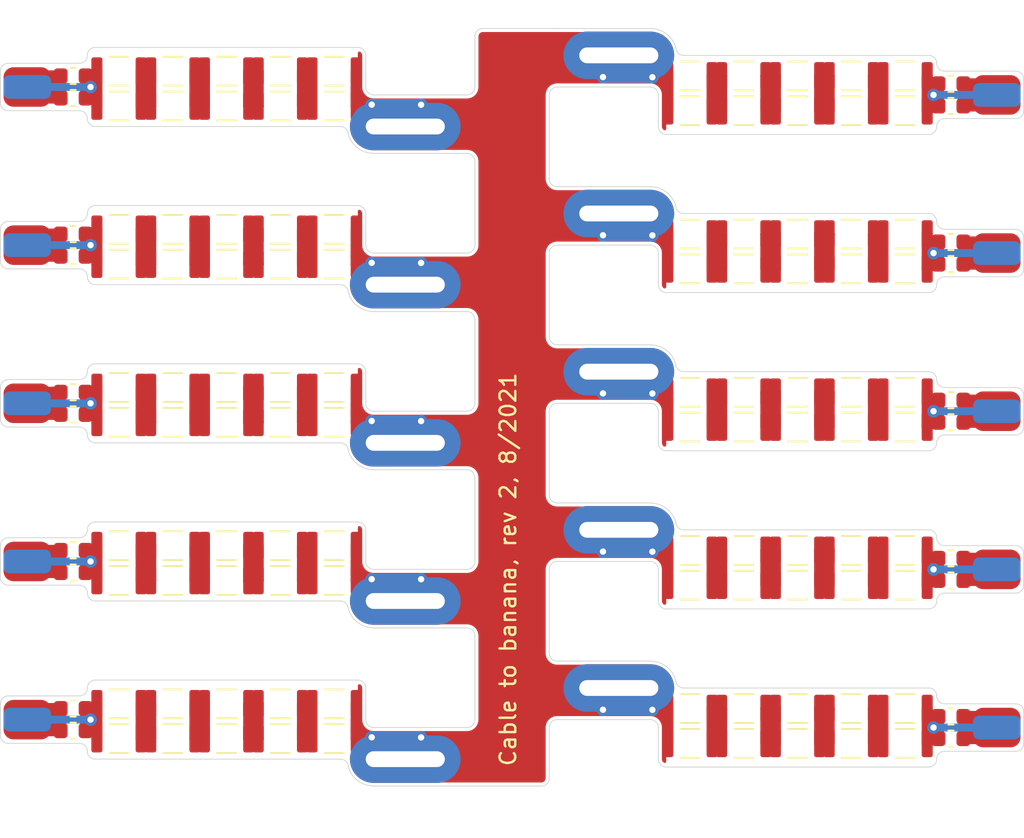
<source format=kicad_pcb>
(kicad_pcb (version 20171130) (host pcbnew 5.1.9-73d0e3b20d~88~ubuntu20.04.1)
  (layers (0 F.Cu signal) (31 B.Cu signal) (34 B.Paste user) (35 F.Paste user) (36 B.SilkS user) (37 F.SilkS user) (38 B.Mask user) (39 F.Mask user) (44 Edge.Cuts user))
  (net 0 "")
  (net 1 "Net-(C1-Pad2)")
  (net 2 "Net-(C1-Pad1)")
  (net 3 "Net-(C2-Pad1)")
  (net 4 "Net-(C3-Pad1)")
  (net 5 GND)
  (net 6 "Net-(C4-Pad1)")
  (net 7 "Net-(C5-Pad1)")
  (module oscilloscope-probes:SIMPLE_PAD (layer F.Cu) (at 40.1 139.5 180)
    (fp_text reference J3 hide)
    (fp_text value GND hide)
    (pad 1 smd roundrect (at 0 0 180) (size 3 2.5) (layers F.Cu F.Mask) (net 5 GND))
  )
  (module Capacitor_SMD:C_0603_1608Metric (layer F.Cu) (at 43 140.2)
    (fp_text reference C6 hide)
    (fp_text value 360pF)
    (pad 2 smd roundrect (at 0.7875 0) (size 0.875 0.95) (layers F.Cu F.Paste F.Mask) (net 7 "Net-(C5-Pad1)"))
    (pad 1 smd roundrect (at -0.7875 0) (size 0.875 0.95) (layers F.Cu F.Paste F.Mask) (net 5 GND))
  )
  (module oscilloscope-probes:Minimal1206 (layer F.Cu) (at 56.1 128.5)
    (fp_text reference R2 hide)
    (fp_text value 10M)
    (pad 1 smd roundrect (at -1.4 0) (size 0.7 1.75) (layers F.Cu F.Paste F.Mask) (roundrect_rratio 0.2) (net 3 "Net-(C2-Pad1)"))
    (pad 2 smd roundrect (at 1.4 0) (size 0.7 1.75) (layers F.Cu F.Paste F.Mask) (roundrect_rratio 0.2) (net 2 "Net-(C1-Pad1)"))
  )
  (module oscilloscope-probes:Minimal1206 (layer F.Cu) (at 45.9 130.7)
    (fp_text reference R5 hide)
    (fp_text value 10M)
    (pad 1 smd roundrect (at -1.4 0) (size 0.7 1.75) (layers F.Cu F.Paste F.Mask) (roundrect_rratio 0.2) (net 7 "Net-(C5-Pad1)"))
    (pad 2 smd roundrect (at 1.4 0) (size 0.7 1.75) (layers F.Cu F.Paste F.Mask) (roundrect_rratio 0.2) (net 6 "Net-(C4-Pad1)"))
  )
  (module Resistor_SMD:R_0603_1608Metric (layer F.Cu) (at 43 158.8)
    (fp_text reference R6 hide)
    (fp_text value 499k)
    (pad 2 smd roundrect (at 0.7875 0) (size 0.875 0.95) (layers F.Cu F.Paste F.Mask) (net 7 "Net-(C5-Pad1)"))
    (pad 1 smd roundrect (at -0.7875 0) (size 0.875 0.95) (layers F.Cu F.Paste F.Mask) (net 5 GND))
  )
  (module oscilloscope-probes:Minimal1206 (layer F.Cu) (at 49.3 128.5)
    (fp_text reference C4 hide)
    (fp_text value 10pF)
    (pad 1 smd roundrect (at -1.4 0) (size 0.7 1.75) (layers F.Cu F.Paste F.Mask) (roundrect_rratio 0.2) (net 6 "Net-(C4-Pad1)"))
    (pad 2 smd roundrect (at 1.4 0) (size 0.7 1.75) (layers F.Cu F.Paste F.Mask) (roundrect_rratio 0.2) (net 4 "Net-(C3-Pad1)"))
  )
  (module oscilloscope-probes:Minimal1206 (layer F.Cu) (at 45.9 168.5)
    (fp_text reference C5 hide)
    (fp_text value 10pF)
    (pad 1 smd roundrect (at -1.4 0) (size 0.7 1.75) (layers F.Cu F.Paste F.Mask) (roundrect_rratio 0.2) (net 7 "Net-(C5-Pad1)"))
    (pad 2 smd roundrect (at 1.4 0) (size 0.7 1.75) (layers F.Cu F.Paste F.Mask) (roundrect_rratio 0.2) (net 6 "Net-(C4-Pad1)"))
  )
  (module oscilloscope-probes:Minimal1206 (layer F.Cu) (at 52.7 128.5)
    (fp_text reference C3 hide)
    (fp_text value 10pF)
    (pad 1 smd roundrect (at -1.4 0) (size 0.7 1.75) (layers F.Cu F.Paste F.Mask) (roundrect_rratio 0.2) (net 4 "Net-(C3-Pad1)"))
    (pad 2 smd roundrect (at 1.4 0) (size 0.7 1.75) (layers F.Cu F.Paste F.Mask) (roundrect_rratio 0.2) (net 3 "Net-(C2-Pad1)"))
  )
  (module Capacitor_SMD:C_0603_1608Metric (layer F.Cu) (at 43 130.2)
    (fp_text reference C6 hide)
    (fp_text value 360pF)
    (pad 1 smd roundrect (at -0.7875 0) (size 0.875 0.95) (layers F.Cu F.Paste F.Mask) (net 5 GND))
    (pad 2 smd roundrect (at 0.7875 0) (size 0.875 0.95) (layers F.Cu F.Paste F.Mask) (net 7 "Net-(C5-Pad1)"))
  )
  (module oscilloscope-probes:SIMPLE_PAD (layer F.Cu) (at 64 132 180)
    (fp_text reference J1 hide)
    (fp_text value Banana hide)
    (pad 1 thru_hole oval (at 0 0 180) (size 7 3) (drill oval 5 1) (layers *.Cu *.Mask) (net 1 "Net-(C1-Pad2)"))
  )
  (module oscilloscope-probes:SIMPLE_PAD (layer B.Cu) (at 40.1 169.5 180)
    (fp_text reference J2 hide)
    (fp_text value Out hide)
    (pad 1 smd roundrect (at 0 0 180) (size 3 1.5) (layers B.Cu B.Mask) (net 7 "Net-(C5-Pad1)"))
  )
  (module oscilloscope-probes:Minimal1206 (layer F.Cu) (at 45.9 138.5)
    (fp_text reference C5 hide)
    (fp_text value 10pF)
    (pad 2 smd roundrect (at 1.4 0) (size 0.7 1.75) (layers F.Cu F.Paste F.Mask) (roundrect_rratio 0.2) (net 6 "Net-(C4-Pad1)"))
    (pad 1 smd roundrect (at -1.4 0) (size 0.7 1.75) (layers F.Cu F.Paste F.Mask) (roundrect_rratio 0.2) (net 7 "Net-(C5-Pad1)"))
  )
  (module oscilloscope-probes:Minimal1206 (layer F.Cu) (at 49.3 140.7)
    (fp_text reference R4 hide)
    (fp_text value 10M)
    (pad 2 smd roundrect (at 1.4 0) (size 0.7 1.75) (layers F.Cu F.Paste F.Mask) (roundrect_rratio 0.2) (net 4 "Net-(C3-Pad1)"))
    (pad 1 smd roundrect (at -1.4 0) (size 0.7 1.75) (layers F.Cu F.Paste F.Mask) (roundrect_rratio 0.2) (net 6 "Net-(C4-Pad1)"))
  )
  (module oscilloscope-probes:SIMPLE_PAD (layer F.Cu) (at 40.1 129.5 180)
    (fp_text reference J3 hide)
    (fp_text value GND hide)
    (pad 1 smd roundrect (at 0 0 180) (size 3 2.5) (layers F.Cu F.Mask) (net 5 GND))
  )
  (module oscilloscope-probes:Minimal1206 (layer F.Cu) (at 59.5 170.7)
    (fp_text reference C1 hide)
    (fp_text value 10pF)
    (pad 1 smd roundrect (at -1.4 0) (size 0.7 1.75) (layers F.Cu F.Paste F.Mask) (roundrect_rratio 0.2) (net 2 "Net-(C1-Pad1)"))
    (pad 2 smd roundrect (at 1.4 0) (size 0.7 1.75) (layers F.Cu F.Paste F.Mask) (roundrect_rratio 0.2) (net 1 "Net-(C1-Pad2)"))
  )
  (module oscilloscope-probes:Minimal1206 (layer F.Cu) (at 59.5 128.5)
    (fp_text reference R1 hide)
    (fp_text value 10M)
    (pad 1 smd roundrect (at -1.4 0) (size 0.7 1.75) (layers F.Cu F.Paste F.Mask) (roundrect_rratio 0.2) (net 2 "Net-(C1-Pad1)"))
    (pad 2 smd roundrect (at 1.4 0) (size 0.7 1.75) (layers F.Cu F.Paste F.Mask) (roundrect_rratio 0.2) (net 1 "Net-(C1-Pad2)"))
  )
  (module oscilloscope-probes:Minimal1206 (layer F.Cu) (at 49.3 158.5)
    (fp_text reference C4 hide)
    (fp_text value 10pF)
    (pad 2 smd roundrect (at 1.4 0) (size 0.7 1.75) (layers F.Cu F.Paste F.Mask) (roundrect_rratio 0.2) (net 4 "Net-(C3-Pad1)"))
    (pad 1 smd roundrect (at -1.4 0) (size 0.7 1.75) (layers F.Cu F.Paste F.Mask) (roundrect_rratio 0.2) (net 6 "Net-(C4-Pad1)"))
  )
  (module oscilloscope-probes:SIMPLE_PAD (layer F.Cu) (at 64 162 180)
    (fp_text reference J1 hide)
    (fp_text value Banana hide)
    (pad 1 thru_hole oval (at 0 0 180) (size 7 3) (drill oval 5 1) (layers *.Cu *.Mask) (net 1 "Net-(C1-Pad2)"))
  )
  (module oscilloscope-probes:Minimal1206 (layer F.Cu) (at 56.1 130.7)
    (fp_text reference C2 hide)
    (fp_text value 10pF)
    (pad 1 smd roundrect (at -1.4 0) (size 0.7 1.75) (layers F.Cu F.Paste F.Mask) (roundrect_rratio 0.2) (net 3 "Net-(C2-Pad1)"))
    (pad 2 smd roundrect (at 1.4 0) (size 0.7 1.75) (layers F.Cu F.Paste F.Mask) (roundrect_rratio 0.2) (net 2 "Net-(C1-Pad1)"))
  )
  (module oscilloscope-probes:Minimal1206 (layer F.Cu) (at 45.9 128.5)
    (fp_text reference C5 hide)
    (fp_text value 10pF)
    (pad 1 smd roundrect (at -1.4 0) (size 0.7 1.75) (layers F.Cu F.Paste F.Mask) (roundrect_rratio 0.2) (net 7 "Net-(C5-Pad1)"))
    (pad 2 smd roundrect (at 1.4 0) (size 0.7 1.75) (layers F.Cu F.Paste F.Mask) (roundrect_rratio 0.2) (net 6 "Net-(C4-Pad1)"))
  )
  (module oscilloscope-probes:SIMPLE_PAD (layer B.Cu) (at 40.1 139.5 180)
    (fp_text reference J2 hide)
    (fp_text value Out hide)
    (pad 1 smd roundrect (at 0 0 180) (size 3 1.5) (layers B.Cu B.Mask) (net 7 "Net-(C5-Pad1)"))
  )
  (module Capacitor_SMD:C_0603_1608Metric (layer F.Cu) (at 43 170.2)
    (fp_text reference C6 hide)
    (fp_text value 360pF)
    (pad 1 smd roundrect (at -0.7875 0) (size 0.875 0.95) (layers F.Cu F.Paste F.Mask) (net 5 GND))
    (pad 2 smd roundrect (at 0.7875 0) (size 0.875 0.95) (layers F.Cu F.Paste F.Mask) (net 7 "Net-(C5-Pad1)"))
  )
  (module oscilloscope-probes:SIMPLE_PAD (layer B.Cu) (at 40.1 129.5 180)
    (fp_text reference J2 hide)
    (fp_text value Out hide)
    (pad 1 smd roundrect (at 0 0 180) (size 3 1.5) (layers B.Cu B.Mask) (net 7 "Net-(C5-Pad1)"))
  )
  (module oscilloscope-probes:Minimal1206 (layer F.Cu) (at 59.5 168.5)
    (fp_text reference R1 hide)
    (fp_text value 10M)
    (pad 1 smd roundrect (at -1.4 0) (size 0.7 1.75) (layers F.Cu F.Paste F.Mask) (roundrect_rratio 0.2) (net 2 "Net-(C1-Pad1)"))
    (pad 2 smd roundrect (at 1.4 0) (size 0.7 1.75) (layers F.Cu F.Paste F.Mask) (roundrect_rratio 0.2) (net 1 "Net-(C1-Pad2)"))
  )
  (module oscilloscope-probes:Minimal1206 (layer F.Cu) (at 52.7 160.7)
    (fp_text reference R3 hide)
    (fp_text value 10M)
    (pad 2 smd roundrect (at 1.4 0) (size 0.7 1.75) (layers F.Cu F.Paste F.Mask) (roundrect_rratio 0.2) (net 3 "Net-(C2-Pad1)"))
    (pad 1 smd roundrect (at -1.4 0) (size 0.7 1.75) (layers F.Cu F.Paste F.Mask) (roundrect_rratio 0.2) (net 4 "Net-(C3-Pad1)"))
  )
  (module oscilloscope-probes:Minimal1206 (layer F.Cu) (at 56.1 168.5)
    (fp_text reference R2 hide)
    (fp_text value 10M)
    (pad 1 smd roundrect (at -1.4 0) (size 0.7 1.75) (layers F.Cu F.Paste F.Mask) (roundrect_rratio 0.2) (net 3 "Net-(C2-Pad1)"))
    (pad 2 smd roundrect (at 1.4 0) (size 0.7 1.75) (layers F.Cu F.Paste F.Mask) (roundrect_rratio 0.2) (net 2 "Net-(C1-Pad1)"))
  )
  (module oscilloscope-probes:Minimal1206 (layer F.Cu) (at 52.7 168.5)
    (fp_text reference C3 hide)
    (fp_text value 10pF)
    (pad 1 smd roundrect (at -1.4 0) (size 0.7 1.75) (layers F.Cu F.Paste F.Mask) (roundrect_rratio 0.2) (net 4 "Net-(C3-Pad1)"))
    (pad 2 smd roundrect (at 1.4 0) (size 0.7 1.75) (layers F.Cu F.Paste F.Mask) (roundrect_rratio 0.2) (net 3 "Net-(C2-Pad1)"))
  )
  (module Resistor_SMD:R_0603_1608Metric (layer F.Cu) (at 43 128.8)
    (fp_text reference R6 hide)
    (fp_text value 499k)
    (pad 1 smd roundrect (at -0.7875 0) (size 0.875 0.95) (layers F.Cu F.Paste F.Mask) (net 5 GND))
    (pad 2 smd roundrect (at 0.7875 0) (size 0.875 0.95) (layers F.Cu F.Paste F.Mask) (net 7 "Net-(C5-Pad1)"))
  )
  (module oscilloscope-probes:Minimal1206 (layer F.Cu) (at 45.9 140.7)
    (fp_text reference R5 hide)
    (fp_text value 10M)
    (pad 2 smd roundrect (at 1.4 0) (size 0.7 1.75) (layers F.Cu F.Paste F.Mask) (roundrect_rratio 0.2) (net 6 "Net-(C4-Pad1)"))
    (pad 1 smd roundrect (at -1.4 0) (size 0.7 1.75) (layers F.Cu F.Paste F.Mask) (roundrect_rratio 0.2) (net 7 "Net-(C5-Pad1)"))
  )
  (module oscilloscope-probes:Minimal1206 (layer F.Cu) (at 56.1 160.7)
    (fp_text reference C2 hide)
    (fp_text value 10pF)
    (pad 2 smd roundrect (at 1.4 0) (size 0.7 1.75) (layers F.Cu F.Paste F.Mask) (roundrect_rratio 0.2) (net 2 "Net-(C1-Pad1)"))
    (pad 1 smd roundrect (at -1.4 0) (size 0.7 1.75) (layers F.Cu F.Paste F.Mask) (roundrect_rratio 0.2) (net 3 "Net-(C2-Pad1)"))
  )
  (module oscilloscope-probes:Minimal1206 (layer F.Cu) (at 49.3 138.5)
    (fp_text reference C4 hide)
    (fp_text value 10pF)
    (pad 2 smd roundrect (at 1.4 0) (size 0.7 1.75) (layers F.Cu F.Paste F.Mask) (roundrect_rratio 0.2) (net 4 "Net-(C3-Pad1)"))
    (pad 1 smd roundrect (at -1.4 0) (size 0.7 1.75) (layers F.Cu F.Paste F.Mask) (roundrect_rratio 0.2) (net 6 "Net-(C4-Pad1)"))
  )
  (module oscilloscope-probes:SIMPLE_PAD (layer F.Cu) (at 64 172 180)
    (fp_text reference J1 hide)
    (fp_text value Banana hide)
    (pad 1 thru_hole oval (at 0 0 180) (size 7 3) (drill oval 5 1) (layers *.Cu *.Mask) (net 1 "Net-(C1-Pad2)"))
  )
  (module oscilloscope-probes:Minimal1206 (layer F.Cu) (at 52.7 158.5)
    (fp_text reference C3 hide)
    (fp_text value 10pF)
    (pad 2 smd roundrect (at 1.4 0) (size 0.7 1.75) (layers F.Cu F.Paste F.Mask) (roundrect_rratio 0.2) (net 3 "Net-(C2-Pad1)"))
    (pad 1 smd roundrect (at -1.4 0) (size 0.7 1.75) (layers F.Cu F.Paste F.Mask) (roundrect_rratio 0.2) (net 4 "Net-(C3-Pad1)"))
  )
  (module oscilloscope-probes:SIMPLE_PAD (layer F.Cu) (at 40.1 149.5 180)
    (fp_text reference J3 hide)
    (fp_text value GND hide)
    (pad 1 smd roundrect (at 0 0 180) (size 3 2.5) (layers F.Cu F.Mask) (net 5 GND))
  )
  (module oscilloscope-probes:Minimal1206 (layer F.Cu) (at 52.7 140.7)
    (fp_text reference R3 hide)
    (fp_text value 10M)
    (pad 2 smd roundrect (at 1.4 0) (size 0.7 1.75) (layers F.Cu F.Paste F.Mask) (roundrect_rratio 0.2) (net 3 "Net-(C2-Pad1)"))
    (pad 1 smd roundrect (at -1.4 0) (size 0.7 1.75) (layers F.Cu F.Paste F.Mask) (roundrect_rratio 0.2) (net 4 "Net-(C3-Pad1)"))
  )
  (module Resistor_SMD:R_0603_1608Metric (layer F.Cu) (at 43 138.8)
    (fp_text reference R6 hide)
    (fp_text value 499k)
    (pad 2 smd roundrect (at 0.7875 0) (size 0.875 0.95) (layers F.Cu F.Paste F.Mask) (net 7 "Net-(C5-Pad1)"))
    (pad 1 smd roundrect (at -0.7875 0) (size 0.875 0.95) (layers F.Cu F.Paste F.Mask) (net 5 GND))
  )
  (module oscilloscope-probes:Minimal1206 (layer F.Cu) (at 56.1 138.5)
    (fp_text reference R2 hide)
    (fp_text value 10M)
    (pad 2 smd roundrect (at 1.4 0) (size 0.7 1.75) (layers F.Cu F.Paste F.Mask) (roundrect_rratio 0.2) (net 2 "Net-(C1-Pad1)"))
    (pad 1 smd roundrect (at -1.4 0) (size 0.7 1.75) (layers F.Cu F.Paste F.Mask) (roundrect_rratio 0.2) (net 3 "Net-(C2-Pad1)"))
  )
  (module oscilloscope-probes:SIMPLE_PAD (layer F.Cu) (at 40.1 169.5 180)
    (fp_text reference J3 hide)
    (fp_text value GND hide)
    (pad 1 smd roundrect (at 0 0 180) (size 3 2.5) (layers F.Cu F.Mask) (net 5 GND))
  )
  (module oscilloscope-probes:SIMPLE_PAD (layer B.Cu) (at 40.1 149.5 180)
    (fp_text reference J2 hide)
    (fp_text value Out hide)
    (pad 1 smd roundrect (at 0 0 180) (size 3 1.5) (layers B.Cu B.Mask) (net 7 "Net-(C5-Pad1)"))
  )
  (module oscilloscope-probes:Minimal1206 (layer F.Cu) (at 45.9 158.5)
    (fp_text reference C5 hide)
    (fp_text value 10pF)
    (pad 2 smd roundrect (at 1.4 0) (size 0.7 1.75) (layers F.Cu F.Paste F.Mask) (roundrect_rratio 0.2) (net 6 "Net-(C4-Pad1)"))
    (pad 1 smd roundrect (at -1.4 0) (size 0.7 1.75) (layers F.Cu F.Paste F.Mask) (roundrect_rratio 0.2) (net 7 "Net-(C5-Pad1)"))
  )
  (module oscilloscope-probes:SIMPLE_PAD (layer F.Cu) (at 40.1 159.5 180)
    (fp_text reference J3 hide)
    (fp_text value GND hide)
    (pad 1 smd roundrect (at 0 0 180) (size 3 2.5) (layers F.Cu F.Mask) (net 5 GND))
  )
  (module oscilloscope-probes:Minimal1206 (layer F.Cu) (at 59.5 130.7)
    (fp_text reference C1 hide)
    (fp_text value 10pF)
    (pad 1 smd roundrect (at -1.4 0) (size 0.7 1.75) (layers F.Cu F.Paste F.Mask) (roundrect_rratio 0.2) (net 2 "Net-(C1-Pad1)"))
    (pad 2 smd roundrect (at 1.4 0) (size 0.7 1.75) (layers F.Cu F.Paste F.Mask) (roundrect_rratio 0.2) (net 1 "Net-(C1-Pad2)"))
  )
  (module oscilloscope-probes:SIMPLE_PAD (layer F.Cu) (at 64 152 180)
    (fp_text reference J1 hide)
    (fp_text value Banana hide)
    (pad 1 thru_hole oval (at 0 0 180) (size 7 3) (drill oval 5 1) (layers *.Cu *.Mask) (net 1 "Net-(C1-Pad2)"))
  )
  (module oscilloscope-probes:Minimal1206 (layer F.Cu) (at 52.7 138.5)
    (fp_text reference C3 hide)
    (fp_text value 10pF)
    (pad 2 smd roundrect (at 1.4 0) (size 0.7 1.75) (layers F.Cu F.Paste F.Mask) (roundrect_rratio 0.2) (net 3 "Net-(C2-Pad1)"))
    (pad 1 smd roundrect (at -1.4 0) (size 0.7 1.75) (layers F.Cu F.Paste F.Mask) (roundrect_rratio 0.2) (net 4 "Net-(C3-Pad1)"))
  )
  (module oscilloscope-probes:Minimal1206 (layer F.Cu) (at 52.7 170.7)
    (fp_text reference R3 hide)
    (fp_text value 10M)
    (pad 1 smd roundrect (at -1.4 0) (size 0.7 1.75) (layers F.Cu F.Paste F.Mask) (roundrect_rratio 0.2) (net 4 "Net-(C3-Pad1)"))
    (pad 2 smd roundrect (at 1.4 0) (size 0.7 1.75) (layers F.Cu F.Paste F.Mask) (roundrect_rratio 0.2) (net 3 "Net-(C2-Pad1)"))
  )
  (module oscilloscope-probes:Minimal1206 (layer F.Cu) (at 49.3 168.5)
    (fp_text reference C4 hide)
    (fp_text value 10pF)
    (pad 1 smd roundrect (at -1.4 0) (size 0.7 1.75) (layers F.Cu F.Paste F.Mask) (roundrect_rratio 0.2) (net 6 "Net-(C4-Pad1)"))
    (pad 2 smd roundrect (at 1.4 0) (size 0.7 1.75) (layers F.Cu F.Paste F.Mask) (roundrect_rratio 0.2) (net 4 "Net-(C3-Pad1)"))
  )
  (module oscilloscope-probes:Minimal1206 (layer F.Cu) (at 56.1 158.5)
    (fp_text reference R2 hide)
    (fp_text value 10M)
    (pad 2 smd roundrect (at 1.4 0) (size 0.7 1.75) (layers F.Cu F.Paste F.Mask) (roundrect_rratio 0.2) (net 2 "Net-(C1-Pad1)"))
    (pad 1 smd roundrect (at -1.4 0) (size 0.7 1.75) (layers F.Cu F.Paste F.Mask) (roundrect_rratio 0.2) (net 3 "Net-(C2-Pad1)"))
  )
  (module oscilloscope-probes:Minimal1206 (layer F.Cu) (at 49.3 170.7)
    (fp_text reference R4 hide)
    (fp_text value 10M)
    (pad 1 smd roundrect (at -1.4 0) (size 0.7 1.75) (layers F.Cu F.Paste F.Mask) (roundrect_rratio 0.2) (net 6 "Net-(C4-Pad1)"))
    (pad 2 smd roundrect (at 1.4 0) (size 0.7 1.75) (layers F.Cu F.Paste F.Mask) (roundrect_rratio 0.2) (net 4 "Net-(C3-Pad1)"))
  )
  (module oscilloscope-probes:Minimal1206 (layer F.Cu) (at 59.5 160.7)
    (fp_text reference C1 hide)
    (fp_text value 10pF)
    (pad 2 smd roundrect (at 1.4 0) (size 0.7 1.75) (layers F.Cu F.Paste F.Mask) (roundrect_rratio 0.2) (net 1 "Net-(C1-Pad2)"))
    (pad 1 smd roundrect (at -1.4 0) (size 0.7 1.75) (layers F.Cu F.Paste F.Mask) (roundrect_rratio 0.2) (net 2 "Net-(C1-Pad1)"))
  )
  (module oscilloscope-probes:Minimal1206 (layer F.Cu) (at 49.3 130.7)
    (fp_text reference R4 hide)
    (fp_text value 10M)
    (pad 1 smd roundrect (at -1.4 0) (size 0.7 1.75) (layers F.Cu F.Paste F.Mask) (roundrect_rratio 0.2) (net 6 "Net-(C4-Pad1)"))
    (pad 2 smd roundrect (at 1.4 0) (size 0.7 1.75) (layers F.Cu F.Paste F.Mask) (roundrect_rratio 0.2) (net 4 "Net-(C3-Pad1)"))
  )
  (module oscilloscope-probes:Minimal1206 (layer F.Cu) (at 59.5 140.7)
    (fp_text reference C1 hide)
    (fp_text value 10pF)
    (pad 2 smd roundrect (at 1.4 0) (size 0.7 1.75) (layers F.Cu F.Paste F.Mask) (roundrect_rratio 0.2) (net 1 "Net-(C1-Pad2)"))
    (pad 1 smd roundrect (at -1.4 0) (size 0.7 1.75) (layers F.Cu F.Paste F.Mask) (roundrect_rratio 0.2) (net 2 "Net-(C1-Pad1)"))
  )
  (module oscilloscope-probes:Minimal1206 (layer F.Cu) (at 52.7 130.7)
    (fp_text reference R3 hide)
    (fp_text value 10M)
    (pad 1 smd roundrect (at -1.4 0) (size 0.7 1.75) (layers F.Cu F.Paste F.Mask) (roundrect_rratio 0.2) (net 4 "Net-(C3-Pad1)"))
    (pad 2 smd roundrect (at 1.4 0) (size 0.7 1.75) (layers F.Cu F.Paste F.Mask) (roundrect_rratio 0.2) (net 3 "Net-(C2-Pad1)"))
  )
  (module oscilloscope-probes:Minimal1206 (layer F.Cu) (at 59.5 138.5)
    (fp_text reference R1 hide)
    (fp_text value 10M)
    (pad 2 smd roundrect (at 1.4 0) (size 0.7 1.75) (layers F.Cu F.Paste F.Mask) (roundrect_rratio 0.2) (net 1 "Net-(C1-Pad2)"))
    (pad 1 smd roundrect (at -1.4 0) (size 0.7 1.75) (layers F.Cu F.Paste F.Mask) (roundrect_rratio 0.2) (net 2 "Net-(C1-Pad1)"))
  )
  (module oscilloscope-probes:Minimal1206 (layer F.Cu) (at 45.9 170.7)
    (fp_text reference R5 hide)
    (fp_text value 10M)
    (pad 1 smd roundrect (at -1.4 0) (size 0.7 1.75) (layers F.Cu F.Paste F.Mask) (roundrect_rratio 0.2) (net 7 "Net-(C5-Pad1)"))
    (pad 2 smd roundrect (at 1.4 0) (size 0.7 1.75) (layers F.Cu F.Paste F.Mask) (roundrect_rratio 0.2) (net 6 "Net-(C4-Pad1)"))
  )
  (module Resistor_SMD:R_0603_1608Metric (layer F.Cu) (at 43 168.8)
    (fp_text reference R6 hide)
    (fp_text value 499k)
    (pad 1 smd roundrect (at -0.7875 0) (size 0.875 0.95) (layers F.Cu F.Paste F.Mask) (net 5 GND))
    (pad 2 smd roundrect (at 0.7875 0) (size 0.875 0.95) (layers F.Cu F.Paste F.Mask) (net 7 "Net-(C5-Pad1)"))
  )
  (module oscilloscope-probes:Minimal1206 (layer F.Cu) (at 56.1 140.7)
    (fp_text reference C2 hide)
    (fp_text value 10pF)
    (pad 2 smd roundrect (at 1.4 0) (size 0.7 1.75) (layers F.Cu F.Paste F.Mask) (roundrect_rratio 0.2) (net 2 "Net-(C1-Pad1)"))
    (pad 1 smd roundrect (at -1.4 0) (size 0.7 1.75) (layers F.Cu F.Paste F.Mask) (roundrect_rratio 0.2) (net 3 "Net-(C2-Pad1)"))
  )
  (module oscilloscope-probes:Minimal1206 (layer F.Cu) (at 56.1 170.7)
    (fp_text reference C2 hide)
    (fp_text value 10pF)
    (pad 1 smd roundrect (at -1.4 0) (size 0.7 1.75) (layers F.Cu F.Paste F.Mask) (roundrect_rratio 0.2) (net 3 "Net-(C2-Pad1)"))
    (pad 2 smd roundrect (at 1.4 0) (size 0.7 1.75) (layers F.Cu F.Paste F.Mask) (roundrect_rratio 0.2) (net 2 "Net-(C1-Pad1)"))
  )
  (module oscilloscope-probes:SIMPLE_PAD (layer F.Cu) (at 64 142 180)
    (fp_text reference J1 hide)
    (fp_text value Banana hide)
    (pad 1 thru_hole oval (at 0 0 180) (size 7 3) (drill oval 5 1) (layers *.Cu *.Mask) (net 1 "Net-(C1-Pad2)"))
  )
  (module oscilloscope-probes:Minimal1206 (layer F.Cu) (at 49.3 160.7)
    (fp_text reference R4 hide)
    (fp_text value 10M)
    (pad 2 smd roundrect (at 1.4 0) (size 0.7 1.75) (layers F.Cu F.Paste F.Mask) (roundrect_rratio 0.2) (net 4 "Net-(C3-Pad1)"))
    (pad 1 smd roundrect (at -1.4 0) (size 0.7 1.75) (layers F.Cu F.Paste F.Mask) (roundrect_rratio 0.2) (net 6 "Net-(C4-Pad1)"))
  )
  (module oscilloscope-probes:Minimal1206 (layer F.Cu) (at 45.9 160.7)
    (fp_text reference R5 hide)
    (fp_text value 10M)
    (pad 2 smd roundrect (at 1.4 0) (size 0.7 1.75) (layers F.Cu F.Paste F.Mask) (roundrect_rratio 0.2) (net 6 "Net-(C4-Pad1)"))
    (pad 1 smd roundrect (at -1.4 0) (size 0.7 1.75) (layers F.Cu F.Paste F.Mask) (roundrect_rratio 0.2) (net 7 "Net-(C5-Pad1)"))
  )
  (module oscilloscope-probes:SIMPLE_PAD (layer B.Cu) (at 40.1 159.5 180)
    (fp_text reference J2 hide)
    (fp_text value Out hide)
    (pad 1 smd roundrect (at 0 0 180) (size 3 1.5) (layers B.Cu B.Mask) (net 7 "Net-(C5-Pad1)"))
  )
  (module Capacitor_SMD:C_0603_1608Metric (layer F.Cu) (at 43 160.2)
    (fp_text reference C6 hide)
    (fp_text value 360pF)
    (pad 2 smd roundrect (at 0.7875 0) (size 0.875 0.95) (layers F.Cu F.Paste F.Mask) (net 7 "Net-(C5-Pad1)"))
    (pad 1 smd roundrect (at -0.7875 0) (size 0.875 0.95) (layers F.Cu F.Paste F.Mask) (net 5 GND))
  )
  (module oscilloscope-probes:Minimal1206 (layer F.Cu) (at 59.5 150.7)
    (fp_text reference C1 hide)
    (fp_text value 10pF)
    (pad 1 smd roundrect (at -1.4 0) (size 0.7 1.75) (layers F.Cu F.Paste F.Mask) (roundrect_rratio 0.2) (net 2 "Net-(C1-Pad1)"))
    (pad 2 smd roundrect (at 1.4 0) (size 0.7 1.75) (layers F.Cu F.Paste F.Mask) (roundrect_rratio 0.2) (net 1 "Net-(C1-Pad2)"))
  )
  (module oscilloscope-probes:Minimal1206 (layer F.Cu) (at 45.9 148.5)
    (fp_text reference C5 hide)
    (fp_text value 10pF)
    (pad 1 smd roundrect (at -1.4 0) (size 0.7 1.75) (layers F.Cu F.Paste F.Mask) (roundrect_rratio 0.2) (net 7 "Net-(C5-Pad1)"))
    (pad 2 smd roundrect (at 1.4 0) (size 0.7 1.75) (layers F.Cu F.Paste F.Mask) (roundrect_rratio 0.2) (net 6 "Net-(C4-Pad1)"))
  )
  (module oscilloscope-probes:Minimal1206 (layer F.Cu) (at 49.3 150.7)
    (fp_text reference R4 hide)
    (fp_text value 10M)
    (pad 1 smd roundrect (at -1.4 0) (size 0.7 1.75) (layers F.Cu F.Paste F.Mask) (roundrect_rratio 0.2) (net 6 "Net-(C4-Pad1)"))
    (pad 2 smd roundrect (at 1.4 0) (size 0.7 1.75) (layers F.Cu F.Paste F.Mask) (roundrect_rratio 0.2) (net 4 "Net-(C3-Pad1)"))
  )
  (module oscilloscope-probes:Minimal1206 (layer F.Cu) (at 45.9 150.7)
    (fp_text reference R5 hide)
    (fp_text value 10M)
    (pad 1 smd roundrect (at -1.4 0) (size 0.7 1.75) (layers F.Cu F.Paste F.Mask) (roundrect_rratio 0.2) (net 7 "Net-(C5-Pad1)"))
    (pad 2 smd roundrect (at 1.4 0) (size 0.7 1.75) (layers F.Cu F.Paste F.Mask) (roundrect_rratio 0.2) (net 6 "Net-(C4-Pad1)"))
  )
  (module Capacitor_SMD:C_0603_1608Metric (layer F.Cu) (at 43 150.2)
    (fp_text reference C6 hide)
    (fp_text value 360pF)
    (pad 1 smd roundrect (at -0.7875 0) (size 0.875 0.95) (layers F.Cu F.Paste F.Mask) (net 5 GND))
    (pad 2 smd roundrect (at 0.7875 0) (size 0.875 0.95) (layers F.Cu F.Paste F.Mask) (net 7 "Net-(C5-Pad1)"))
  )
  (module oscilloscope-probes:Minimal1206 (layer F.Cu) (at 56.1 148.5)
    (fp_text reference R2 hide)
    (fp_text value 10M)
    (pad 1 smd roundrect (at -1.4 0) (size 0.7 1.75) (layers F.Cu F.Paste F.Mask) (roundrect_rratio 0.2) (net 3 "Net-(C2-Pad1)"))
    (pad 2 smd roundrect (at 1.4 0) (size 0.7 1.75) (layers F.Cu F.Paste F.Mask) (roundrect_rratio 0.2) (net 2 "Net-(C1-Pad1)"))
  )
  (module oscilloscope-probes:Minimal1206 (layer F.Cu) (at 52.7 150.7)
    (fp_text reference R3 hide)
    (fp_text value 10M)
    (pad 1 smd roundrect (at -1.4 0) (size 0.7 1.75) (layers F.Cu F.Paste F.Mask) (roundrect_rratio 0.2) (net 4 "Net-(C3-Pad1)"))
    (pad 2 smd roundrect (at 1.4 0) (size 0.7 1.75) (layers F.Cu F.Paste F.Mask) (roundrect_rratio 0.2) (net 3 "Net-(C2-Pad1)"))
  )
  (module oscilloscope-probes:Minimal1206 (layer F.Cu) (at 52.7 148.5)
    (fp_text reference C3 hide)
    (fp_text value 10pF)
    (pad 1 smd roundrect (at -1.4 0) (size 0.7 1.75) (layers F.Cu F.Paste F.Mask) (roundrect_rratio 0.2) (net 4 "Net-(C3-Pad1)"))
    (pad 2 smd roundrect (at 1.4 0) (size 0.7 1.75) (layers F.Cu F.Paste F.Mask) (roundrect_rratio 0.2) (net 3 "Net-(C2-Pad1)"))
  )
  (module oscilloscope-probes:Minimal1206 (layer F.Cu) (at 59.5 148.5)
    (fp_text reference R1 hide)
    (fp_text value 10M)
    (pad 1 smd roundrect (at -1.4 0) (size 0.7 1.75) (layers F.Cu F.Paste F.Mask) (roundrect_rratio 0.2) (net 2 "Net-(C1-Pad1)"))
    (pad 2 smd roundrect (at 1.4 0) (size 0.7 1.75) (layers F.Cu F.Paste F.Mask) (roundrect_rratio 0.2) (net 1 "Net-(C1-Pad2)"))
  )
  (module oscilloscope-probes:Minimal1206 (layer F.Cu) (at 56.1 150.7)
    (fp_text reference C2 hide)
    (fp_text value 10pF)
    (pad 1 smd roundrect (at -1.4 0) (size 0.7 1.75) (layers F.Cu F.Paste F.Mask) (roundrect_rratio 0.2) (net 3 "Net-(C2-Pad1)"))
    (pad 2 smd roundrect (at 1.4 0) (size 0.7 1.75) (layers F.Cu F.Paste F.Mask) (roundrect_rratio 0.2) (net 2 "Net-(C1-Pad1)"))
  )
  (module Resistor_SMD:R_0603_1608Metric (layer F.Cu) (at 43 148.8)
    (fp_text reference R6 hide)
    (fp_text value 499k)
    (pad 1 smd roundrect (at -0.7875 0) (size 0.875 0.95) (layers F.Cu F.Paste F.Mask) (net 5 GND))
    (pad 2 smd roundrect (at 0.7875 0) (size 0.875 0.95) (layers F.Cu F.Paste F.Mask) (net 7 "Net-(C5-Pad1)"))
  )
  (module oscilloscope-probes:Minimal1206 (layer F.Cu) (at 49.3 148.5)
    (fp_text reference C4 hide)
    (fp_text value 10pF)
    (pad 1 smd roundrect (at -1.4 0) (size 0.7 1.75) (layers F.Cu F.Paste F.Mask) (roundrect_rratio 0.2) (net 6 "Net-(C4-Pad1)"))
    (pad 2 smd roundrect (at 1.4 0) (size 0.7 1.75) (layers F.Cu F.Paste F.Mask) (roundrect_rratio 0.2) (net 4 "Net-(C3-Pad1)"))
  )
  (module oscilloscope-probes:Minimal1206 (layer F.Cu) (at 59.5 158.5)
    (fp_text reference R1 hide)
    (fp_text value 10M)
    (pad 2 smd roundrect (at 1.4 0) (size 0.7 1.75) (layers F.Cu F.Paste F.Mask) (roundrect_rratio 0.2) (net 1 "Net-(C1-Pad2)"))
    (pad 1 smd roundrect (at -1.4 0) (size 0.7 1.75) (layers F.Cu F.Paste F.Mask) (roundrect_rratio 0.2) (net 2 "Net-(C1-Pad1)"))
  )
  (module Resistor_SMD:R_0603_1608Metric (layer F.Cu) (at 98.5 130.7 180)
    (fp_text reference R6 hide)
    (fp_text value 499k)
    (pad 2 smd roundrect (at 0.7875 0 180) (size 0.875 0.95) (layers F.Cu F.Paste F.Mask) (net 7 "Net-(C5-Pad1)"))
    (pad 1 smd roundrect (at -0.7875 0 180) (size 0.875 0.95) (layers F.Cu F.Paste F.Mask) (net 5 GND))
  )
  (module oscilloscope-probes:Minimal1206 (layer F.Cu) (at 92.2 131 180)
    (fp_text reference C4 hide)
    (fp_text value 10pF)
    (pad 2 smd roundrect (at 1.4 0 180) (size 0.7 1.75) (layers F.Cu F.Paste F.Mask) (roundrect_rratio 0.2) (net 4 "Net-(C3-Pad1)"))
    (pad 1 smd roundrect (at -1.4 0 180) (size 0.7 1.75) (layers F.Cu F.Paste F.Mask) (roundrect_rratio 0.2) (net 6 "Net-(C4-Pad1)"))
  )
  (module oscilloscope-probes:SIMPLE_PAD (layer F.Cu) (at 77.5 127.5)
    (fp_text reference J1 hide)
    (fp_text value Banana hide)
    (pad 1 thru_hole oval (at 0 0) (size 7 3) (drill oval 5 1) (layers *.Cu *.Mask) (net 1 "Net-(C1-Pad2)"))
  )
  (module oscilloscope-probes:Minimal1206 (layer F.Cu) (at 88.8 128.8 180)
    (fp_text reference R3 hide)
    (fp_text value 10M)
    (pad 2 smd roundrect (at 1.4 0 180) (size 0.7 1.75) (layers F.Cu F.Paste F.Mask) (roundrect_rratio 0.2) (net 3 "Net-(C2-Pad1)"))
    (pad 1 smd roundrect (at -1.4 0 180) (size 0.7 1.75) (layers F.Cu F.Paste F.Mask) (roundrect_rratio 0.2) (net 4 "Net-(C3-Pad1)"))
  )
  (module oscilloscope-probes:Minimal1206 (layer F.Cu) (at 85.4 128.8 180)
    (fp_text reference C2 hide)
    (fp_text value 10pF)
    (pad 2 smd roundrect (at 1.4 0 180) (size 0.7 1.75) (layers F.Cu F.Paste F.Mask) (roundrect_rratio 0.2) (net 2 "Net-(C1-Pad1)"))
    (pad 1 smd roundrect (at -1.4 0 180) (size 0.7 1.75) (layers F.Cu F.Paste F.Mask) (roundrect_rratio 0.2) (net 3 "Net-(C2-Pad1)"))
  )
  (module oscilloscope-probes:Minimal1206 (layer F.Cu) (at 88.8 131 180)
    (fp_text reference C3 hide)
    (fp_text value 10pF)
    (pad 2 smd roundrect (at 1.4 0 180) (size 0.7 1.75) (layers F.Cu F.Paste F.Mask) (roundrect_rratio 0.2) (net 3 "Net-(C2-Pad1)"))
    (pad 1 smd roundrect (at -1.4 0 180) (size 0.7 1.75) (layers F.Cu F.Paste F.Mask) (roundrect_rratio 0.2) (net 4 "Net-(C3-Pad1)"))
  )
  (module oscilloscope-probes:Minimal1206 (layer F.Cu) (at 95.6 131 180)
    (fp_text reference C5 hide)
    (fp_text value 10pF)
    (pad 2 smd roundrect (at 1.4 0 180) (size 0.7 1.75) (layers F.Cu F.Paste F.Mask) (roundrect_rratio 0.2) (net 6 "Net-(C4-Pad1)"))
    (pad 1 smd roundrect (at -1.4 0 180) (size 0.7 1.75) (layers F.Cu F.Paste F.Mask) (roundrect_rratio 0.2) (net 7 "Net-(C5-Pad1)"))
  )
  (module oscilloscope-probes:SIMPLE_PAD (layer F.Cu) (at 101.4 130)
    (fp_text reference J3 hide)
    (fp_text value GND hide)
    (pad 1 smd roundrect (at 0 0) (size 3 2.5) (layers F.Cu F.Mask) (net 5 GND))
  )
  (module oscilloscope-probes:Minimal1206 (layer F.Cu) (at 85.4 131 180)
    (fp_text reference R2 hide)
    (fp_text value 10M)
    (pad 2 smd roundrect (at 1.4 0 180) (size 0.7 1.75) (layers F.Cu F.Paste F.Mask) (roundrect_rratio 0.2) (net 2 "Net-(C1-Pad1)"))
    (pad 1 smd roundrect (at -1.4 0 180) (size 0.7 1.75) (layers F.Cu F.Paste F.Mask) (roundrect_rratio 0.2) (net 3 "Net-(C2-Pad1)"))
  )
  (module oscilloscope-probes:Minimal1206 (layer F.Cu) (at 82 128.8 180)
    (fp_text reference C1 hide)
    (fp_text value 10pF)
    (pad 2 smd roundrect (at 1.4 0 180) (size 0.7 1.75) (layers F.Cu F.Paste F.Mask) (roundrect_rratio 0.2) (net 1 "Net-(C1-Pad2)"))
    (pad 1 smd roundrect (at -1.4 0 180) (size 0.7 1.75) (layers F.Cu F.Paste F.Mask) (roundrect_rratio 0.2) (net 2 "Net-(C1-Pad1)"))
  )
  (module oscilloscope-probes:Minimal1206 (layer F.Cu) (at 92.2 128.8 180)
    (fp_text reference R4 hide)
    (fp_text value 10M)
    (pad 2 smd roundrect (at 1.4 0 180) (size 0.7 1.75) (layers F.Cu F.Paste F.Mask) (roundrect_rratio 0.2) (net 4 "Net-(C3-Pad1)"))
    (pad 1 smd roundrect (at -1.4 0 180) (size 0.7 1.75) (layers F.Cu F.Paste F.Mask) (roundrect_rratio 0.2) (net 6 "Net-(C4-Pad1)"))
  )
  (module oscilloscope-probes:Minimal1206 (layer F.Cu) (at 95.6 128.8 180)
    (fp_text reference R5 hide)
    (fp_text value 10M)
    (pad 2 smd roundrect (at 1.4 0 180) (size 0.7 1.75) (layers F.Cu F.Paste F.Mask) (roundrect_rratio 0.2) (net 6 "Net-(C4-Pad1)"))
    (pad 1 smd roundrect (at -1.4 0 180) (size 0.7 1.75) (layers F.Cu F.Paste F.Mask) (roundrect_rratio 0.2) (net 7 "Net-(C5-Pad1)"))
  )
  (module oscilloscope-probes:SIMPLE_PAD (layer B.Cu) (at 101.4 130)
    (fp_text reference J2 hide)
    (fp_text value Out hide)
    (pad 1 smd roundrect (at 0 0) (size 3 1.5) (layers B.Cu B.Mask) (net 7 "Net-(C5-Pad1)"))
  )
  (module Capacitor_SMD:C_0603_1608Metric (layer F.Cu) (at 98.5 129.3 180)
    (fp_text reference C6 hide)
    (fp_text value 360pF)
    (pad 2 smd roundrect (at 0.7875 0 180) (size 0.875 0.95) (layers F.Cu F.Paste F.Mask) (net 7 "Net-(C5-Pad1)"))
    (pad 1 smd roundrect (at -0.7875 0 180) (size 0.875 0.95) (layers F.Cu F.Paste F.Mask) (net 5 GND))
  )
  (module oscilloscope-probes:Minimal1206 (layer F.Cu) (at 82 131 180)
    (fp_text reference R1 hide)
    (fp_text value 10M)
    (pad 2 smd roundrect (at 1.4 0 180) (size 0.7 1.75) (layers F.Cu F.Paste F.Mask) (roundrect_rratio 0.2) (net 1 "Net-(C1-Pad2)"))
    (pad 1 smd roundrect (at -1.4 0 180) (size 0.7 1.75) (layers F.Cu F.Paste F.Mask) (roundrect_rratio 0.2) (net 2 "Net-(C1-Pad1)"))
  )
  (module oscilloscope-probes:SIMPLE_PAD (layer F.Cu) (at 101.4 140)
    (fp_text reference J3 hide)
    (fp_text value GND hide)
    (pad 1 smd roundrect (at 0 0) (size 3 2.5) (layers F.Cu F.Mask) (net 5 GND))
  )
  (module oscilloscope-probes:SIMPLE_PAD (layer B.Cu) (at 101.4 140)
    (fp_text reference J2 hide)
    (fp_text value Out hide)
    (pad 1 smd roundrect (at 0 0) (size 3 1.5) (layers B.Cu B.Mask) (net 7 "Net-(C5-Pad1)"))
  )
  (module oscilloscope-probes:SIMPLE_PAD (layer F.Cu) (at 77.5 137.5)
    (fp_text reference J1 hide)
    (fp_text value Banana hide)
    (pad 1 thru_hole oval (at 0 0) (size 7 3) (drill oval 5 1) (layers *.Cu *.Mask) (net 1 "Net-(C1-Pad2)"))
  )
  (module oscilloscope-probes:Minimal1206 (layer F.Cu) (at 82 138.8 180)
    (fp_text reference C1 hide)
    (fp_text value 10pF)
    (pad 1 smd roundrect (at -1.4 0 180) (size 0.7 1.75) (layers F.Cu F.Paste F.Mask) (roundrect_rratio 0.2) (net 2 "Net-(C1-Pad1)"))
    (pad 2 smd roundrect (at 1.4 0 180) (size 0.7 1.75) (layers F.Cu F.Paste F.Mask) (roundrect_rratio 0.2) (net 1 "Net-(C1-Pad2)"))
  )
  (module oscilloscope-probes:Minimal1206 (layer F.Cu) (at 95.6 141 180)
    (fp_text reference C5 hide)
    (fp_text value 10pF)
    (pad 1 smd roundrect (at -1.4 0 180) (size 0.7 1.75) (layers F.Cu F.Paste F.Mask) (roundrect_rratio 0.2) (net 7 "Net-(C5-Pad1)"))
    (pad 2 smd roundrect (at 1.4 0 180) (size 0.7 1.75) (layers F.Cu F.Paste F.Mask) (roundrect_rratio 0.2) (net 6 "Net-(C4-Pad1)"))
  )
  (module oscilloscope-probes:Minimal1206 (layer F.Cu) (at 92.2 138.8 180)
    (fp_text reference R4 hide)
    (fp_text value 10M)
    (pad 1 smd roundrect (at -1.4 0 180) (size 0.7 1.75) (layers F.Cu F.Paste F.Mask) (roundrect_rratio 0.2) (net 6 "Net-(C4-Pad1)"))
    (pad 2 smd roundrect (at 1.4 0 180) (size 0.7 1.75) (layers F.Cu F.Paste F.Mask) (roundrect_rratio 0.2) (net 4 "Net-(C3-Pad1)"))
  )
  (module oscilloscope-probes:Minimal1206 (layer F.Cu) (at 95.6 138.8 180)
    (fp_text reference R5 hide)
    (fp_text value 10M)
    (pad 1 smd roundrect (at -1.4 0 180) (size 0.7 1.75) (layers F.Cu F.Paste F.Mask) (roundrect_rratio 0.2) (net 7 "Net-(C5-Pad1)"))
    (pad 2 smd roundrect (at 1.4 0 180) (size 0.7 1.75) (layers F.Cu F.Paste F.Mask) (roundrect_rratio 0.2) (net 6 "Net-(C4-Pad1)"))
  )
  (module Capacitor_SMD:C_0603_1608Metric (layer F.Cu) (at 98.5 139.3 180)
    (fp_text reference C6 hide)
    (fp_text value 360pF)
    (pad 1 smd roundrect (at -0.7875 0 180) (size 0.875 0.95) (layers F.Cu F.Paste F.Mask) (net 5 GND))
    (pad 2 smd roundrect (at 0.7875 0 180) (size 0.875 0.95) (layers F.Cu F.Paste F.Mask) (net 7 "Net-(C5-Pad1)"))
  )
  (module oscilloscope-probes:Minimal1206 (layer F.Cu) (at 85.4 141 180)
    (fp_text reference R2 hide)
    (fp_text value 10M)
    (pad 1 smd roundrect (at -1.4 0 180) (size 0.7 1.75) (layers F.Cu F.Paste F.Mask) (roundrect_rratio 0.2) (net 3 "Net-(C2-Pad1)"))
    (pad 2 smd roundrect (at 1.4 0 180) (size 0.7 1.75) (layers F.Cu F.Paste F.Mask) (roundrect_rratio 0.2) (net 2 "Net-(C1-Pad1)"))
  )
  (module oscilloscope-probes:Minimal1206 (layer F.Cu) (at 88.8 138.8 180)
    (fp_text reference R3 hide)
    (fp_text value 10M)
    (pad 1 smd roundrect (at -1.4 0 180) (size 0.7 1.75) (layers F.Cu F.Paste F.Mask) (roundrect_rratio 0.2) (net 4 "Net-(C3-Pad1)"))
    (pad 2 smd roundrect (at 1.4 0 180) (size 0.7 1.75) (layers F.Cu F.Paste F.Mask) (roundrect_rratio 0.2) (net 3 "Net-(C2-Pad1)"))
  )
  (module oscilloscope-probes:Minimal1206 (layer F.Cu) (at 88.8 141 180)
    (fp_text reference C3 hide)
    (fp_text value 10pF)
    (pad 1 smd roundrect (at -1.4 0 180) (size 0.7 1.75) (layers F.Cu F.Paste F.Mask) (roundrect_rratio 0.2) (net 4 "Net-(C3-Pad1)"))
    (pad 2 smd roundrect (at 1.4 0 180) (size 0.7 1.75) (layers F.Cu F.Paste F.Mask) (roundrect_rratio 0.2) (net 3 "Net-(C2-Pad1)"))
  )
  (module oscilloscope-probes:Minimal1206 (layer F.Cu) (at 82 141 180)
    (fp_text reference R1 hide)
    (fp_text value 10M)
    (pad 1 smd roundrect (at -1.4 0 180) (size 0.7 1.75) (layers F.Cu F.Paste F.Mask) (roundrect_rratio 0.2) (net 2 "Net-(C1-Pad1)"))
    (pad 2 smd roundrect (at 1.4 0 180) (size 0.7 1.75) (layers F.Cu F.Paste F.Mask) (roundrect_rratio 0.2) (net 1 "Net-(C1-Pad2)"))
  )
  (module oscilloscope-probes:Minimal1206 (layer F.Cu) (at 85.4 138.8 180)
    (fp_text reference C2 hide)
    (fp_text value 10pF)
    (pad 1 smd roundrect (at -1.4 0 180) (size 0.7 1.75) (layers F.Cu F.Paste F.Mask) (roundrect_rratio 0.2) (net 3 "Net-(C2-Pad1)"))
    (pad 2 smd roundrect (at 1.4 0 180) (size 0.7 1.75) (layers F.Cu F.Paste F.Mask) (roundrect_rratio 0.2) (net 2 "Net-(C1-Pad1)"))
  )
  (module Resistor_SMD:R_0603_1608Metric (layer F.Cu) (at 98.5 140.7 180)
    (fp_text reference R6 hide)
    (fp_text value 499k)
    (pad 1 smd roundrect (at -0.7875 0 180) (size 0.875 0.95) (layers F.Cu F.Paste F.Mask) (net 5 GND))
    (pad 2 smd roundrect (at 0.7875 0 180) (size 0.875 0.95) (layers F.Cu F.Paste F.Mask) (net 7 "Net-(C5-Pad1)"))
  )
  (module oscilloscope-probes:Minimal1206 (layer F.Cu) (at 92.2 141 180)
    (fp_text reference C4 hide)
    (fp_text value 10pF)
    (pad 1 smd roundrect (at -1.4 0 180) (size 0.7 1.75) (layers F.Cu F.Paste F.Mask) (roundrect_rratio 0.2) (net 6 "Net-(C4-Pad1)"))
    (pad 2 smd roundrect (at 1.4 0 180) (size 0.7 1.75) (layers F.Cu F.Paste F.Mask) (roundrect_rratio 0.2) (net 4 "Net-(C3-Pad1)"))
  )
  (module oscilloscope-probes:SIMPLE_PAD (layer F.Cu) (at 101.4 170)
    (fp_text reference J3 hide)
    (fp_text value GND hide)
    (pad 1 smd roundrect (at 0 0) (size 3 2.5) (layers F.Cu F.Mask) (net 5 GND))
  )
  (module Capacitor_SMD:C_0603_1608Metric (layer F.Cu) (at 98.5 169.3 180)
    (fp_text reference C6 hide)
    (fp_text value 360pF)
    (pad 2 smd roundrect (at 0.7875 0 180) (size 0.875 0.95) (layers F.Cu F.Paste F.Mask) (net 7 "Net-(C5-Pad1)"))
    (pad 1 smd roundrect (at -0.7875 0 180) (size 0.875 0.95) (layers F.Cu F.Paste F.Mask) (net 5 GND))
  )
  (module oscilloscope-probes:Minimal1206 (layer F.Cu) (at 95.6 171 180)
    (fp_text reference C5 hide)
    (fp_text value 10pF)
    (pad 2 smd roundrect (at 1.4 0 180) (size 0.7 1.75) (layers F.Cu F.Paste F.Mask) (roundrect_rratio 0.2) (net 6 "Net-(C4-Pad1)"))
    (pad 1 smd roundrect (at -1.4 0 180) (size 0.7 1.75) (layers F.Cu F.Paste F.Mask) (roundrect_rratio 0.2) (net 7 "Net-(C5-Pad1)"))
  )
  (module oscilloscope-probes:Minimal1206 (layer F.Cu) (at 92.2 168.8 180)
    (fp_text reference R4 hide)
    (fp_text value 10M)
    (pad 2 smd roundrect (at 1.4 0 180) (size 0.7 1.75) (layers F.Cu F.Paste F.Mask) (roundrect_rratio 0.2) (net 4 "Net-(C3-Pad1)"))
    (pad 1 smd roundrect (at -1.4 0 180) (size 0.7 1.75) (layers F.Cu F.Paste F.Mask) (roundrect_rratio 0.2) (net 6 "Net-(C4-Pad1)"))
  )
  (module oscilloscope-probes:SIMPLE_PAD (layer B.Cu) (at 101.4 170)
    (fp_text reference J2 hide)
    (fp_text value Out hide)
    (pad 1 smd roundrect (at 0 0) (size 3 1.5) (layers B.Cu B.Mask) (net 7 "Net-(C5-Pad1)"))
  )
  (module oscilloscope-probes:Minimal1206 (layer F.Cu) (at 95.6 168.8 180)
    (fp_text reference R5 hide)
    (fp_text value 10M)
    (pad 2 smd roundrect (at 1.4 0 180) (size 0.7 1.75) (layers F.Cu F.Paste F.Mask) (roundrect_rratio 0.2) (net 6 "Net-(C4-Pad1)"))
    (pad 1 smd roundrect (at -1.4 0 180) (size 0.7 1.75) (layers F.Cu F.Paste F.Mask) (roundrect_rratio 0.2) (net 7 "Net-(C5-Pad1)"))
  )
  (module oscilloscope-probes:Minimal1206 (layer F.Cu) (at 92.2 171 180)
    (fp_text reference C4 hide)
    (fp_text value 10pF)
    (pad 2 smd roundrect (at 1.4 0 180) (size 0.7 1.75) (layers F.Cu F.Paste F.Mask) (roundrect_rratio 0.2) (net 4 "Net-(C3-Pad1)"))
    (pad 1 smd roundrect (at -1.4 0 180) (size 0.7 1.75) (layers F.Cu F.Paste F.Mask) (roundrect_rratio 0.2) (net 6 "Net-(C4-Pad1)"))
  )
  (module oscilloscope-probes:Minimal1206 (layer F.Cu) (at 88.8 168.8 180)
    (fp_text reference R3 hide)
    (fp_text value 10M)
    (pad 2 smd roundrect (at 1.4 0 180) (size 0.7 1.75) (layers F.Cu F.Paste F.Mask) (roundrect_rratio 0.2) (net 3 "Net-(C2-Pad1)"))
    (pad 1 smd roundrect (at -1.4 0 180) (size 0.7 1.75) (layers F.Cu F.Paste F.Mask) (roundrect_rratio 0.2) (net 4 "Net-(C3-Pad1)"))
  )
  (module Resistor_SMD:R_0603_1608Metric (layer F.Cu) (at 98.5 170.7 180)
    (fp_text reference R6 hide)
    (fp_text value 499k)
    (pad 2 smd roundrect (at 0.7875 0 180) (size 0.875 0.95) (layers F.Cu F.Paste F.Mask) (net 7 "Net-(C5-Pad1)"))
    (pad 1 smd roundrect (at -0.7875 0 180) (size 0.875 0.95) (layers F.Cu F.Paste F.Mask) (net 5 GND))
  )
  (module oscilloscope-probes:Minimal1206 (layer F.Cu) (at 85.4 171 180)
    (fp_text reference R2 hide)
    (fp_text value 10M)
    (pad 2 smd roundrect (at 1.4 0 180) (size 0.7 1.75) (layers F.Cu F.Paste F.Mask) (roundrect_rratio 0.2) (net 2 "Net-(C1-Pad1)"))
    (pad 1 smd roundrect (at -1.4 0 180) (size 0.7 1.75) (layers F.Cu F.Paste F.Mask) (roundrect_rratio 0.2) (net 3 "Net-(C2-Pad1)"))
  )
  (module oscilloscope-probes:Minimal1206 (layer F.Cu) (at 88.8 171 180)
    (fp_text reference C3 hide)
    (fp_text value 10pF)
    (pad 2 smd roundrect (at 1.4 0 180) (size 0.7 1.75) (layers F.Cu F.Paste F.Mask) (roundrect_rratio 0.2) (net 3 "Net-(C2-Pad1)"))
    (pad 1 smd roundrect (at -1.4 0 180) (size 0.7 1.75) (layers F.Cu F.Paste F.Mask) (roundrect_rratio 0.2) (net 4 "Net-(C3-Pad1)"))
  )
  (module oscilloscope-probes:Minimal1206 (layer F.Cu) (at 82 168.8 180)
    (fp_text reference C1 hide)
    (fp_text value 10pF)
    (pad 2 smd roundrect (at 1.4 0 180) (size 0.7 1.75) (layers F.Cu F.Paste F.Mask) (roundrect_rratio 0.2) (net 1 "Net-(C1-Pad2)"))
    (pad 1 smd roundrect (at -1.4 0 180) (size 0.7 1.75) (layers F.Cu F.Paste F.Mask) (roundrect_rratio 0.2) (net 2 "Net-(C1-Pad1)"))
  )
  (module oscilloscope-probes:Minimal1206 (layer F.Cu) (at 82 171 180)
    (fp_text reference R1 hide)
    (fp_text value 10M)
    (pad 2 smd roundrect (at 1.4 0 180) (size 0.7 1.75) (layers F.Cu F.Paste F.Mask) (roundrect_rratio 0.2) (net 1 "Net-(C1-Pad2)"))
    (pad 1 smd roundrect (at -1.4 0 180) (size 0.7 1.75) (layers F.Cu F.Paste F.Mask) (roundrect_rratio 0.2) (net 2 "Net-(C1-Pad1)"))
  )
  (module oscilloscope-probes:Minimal1206 (layer F.Cu) (at 85.4 168.8 180)
    (fp_text reference C2 hide)
    (fp_text value 10pF)
    (pad 2 smd roundrect (at 1.4 0 180) (size 0.7 1.75) (layers F.Cu F.Paste F.Mask) (roundrect_rratio 0.2) (net 2 "Net-(C1-Pad1)"))
    (pad 1 smd roundrect (at -1.4 0 180) (size 0.7 1.75) (layers F.Cu F.Paste F.Mask) (roundrect_rratio 0.2) (net 3 "Net-(C2-Pad1)"))
  )
  (module oscilloscope-probes:SIMPLE_PAD (layer F.Cu) (at 77.5 167.5)
    (fp_text reference J1 hide)
    (fp_text value Banana hide)
    (pad 1 thru_hole oval (at 0 0) (size 7 3) (drill oval 5 1) (layers *.Cu *.Mask) (net 1 "Net-(C1-Pad2)"))
  )
  (module oscilloscope-probes:SIMPLE_PAD (layer F.Cu) (at 101.4 160)
    (fp_text reference J3 hide)
    (fp_text value GND hide)
    (pad 1 smd roundrect (at 0 0) (size 3 2.5) (layers F.Cu F.Mask) (net 5 GND))
  )
  (module oscilloscope-probes:SIMPLE_PAD (layer B.Cu) (at 101.4 160)
    (fp_text reference J2 hide)
    (fp_text value Out hide)
    (pad 1 smd roundrect (at 0 0) (size 3 1.5) (layers B.Cu B.Mask) (net 7 "Net-(C5-Pad1)"))
  )
  (module oscilloscope-probes:SIMPLE_PAD (layer F.Cu) (at 77.5 157.5)
    (fp_text reference J1 hide)
    (fp_text value Banana hide)
    (pad 1 thru_hole oval (at 0 0) (size 7 3) (drill oval 5 1) (layers *.Cu *.Mask) (net 1 "Net-(C1-Pad2)"))
  )
  (module oscilloscope-probes:Minimal1206 (layer F.Cu) (at 82 158.8 180)
    (fp_text reference C1 hide)
    (fp_text value 10pF)
    (pad 1 smd roundrect (at -1.4 0 180) (size 0.7 1.75) (layers F.Cu F.Paste F.Mask) (roundrect_rratio 0.2) (net 2 "Net-(C1-Pad1)"))
    (pad 2 smd roundrect (at 1.4 0 180) (size 0.7 1.75) (layers F.Cu F.Paste F.Mask) (roundrect_rratio 0.2) (net 1 "Net-(C1-Pad2)"))
  )
  (module oscilloscope-probes:Minimal1206 (layer F.Cu) (at 95.6 161 180)
    (fp_text reference C5 hide)
    (fp_text value 10pF)
    (pad 1 smd roundrect (at -1.4 0 180) (size 0.7 1.75) (layers F.Cu F.Paste F.Mask) (roundrect_rratio 0.2) (net 7 "Net-(C5-Pad1)"))
    (pad 2 smd roundrect (at 1.4 0 180) (size 0.7 1.75) (layers F.Cu F.Paste F.Mask) (roundrect_rratio 0.2) (net 6 "Net-(C4-Pad1)"))
  )
  (module oscilloscope-probes:Minimal1206 (layer F.Cu) (at 92.2 158.8 180)
    (fp_text reference R4 hide)
    (fp_text value 10M)
    (pad 1 smd roundrect (at -1.4 0 180) (size 0.7 1.75) (layers F.Cu F.Paste F.Mask) (roundrect_rratio 0.2) (net 6 "Net-(C4-Pad1)"))
    (pad 2 smd roundrect (at 1.4 0 180) (size 0.7 1.75) (layers F.Cu F.Paste F.Mask) (roundrect_rratio 0.2) (net 4 "Net-(C3-Pad1)"))
  )
  (module oscilloscope-probes:Minimal1206 (layer F.Cu) (at 95.6 158.8 180)
    (fp_text reference R5 hide)
    (fp_text value 10M)
    (pad 1 smd roundrect (at -1.4 0 180) (size 0.7 1.75) (layers F.Cu F.Paste F.Mask) (roundrect_rratio 0.2) (net 7 "Net-(C5-Pad1)"))
    (pad 2 smd roundrect (at 1.4 0 180) (size 0.7 1.75) (layers F.Cu F.Paste F.Mask) (roundrect_rratio 0.2) (net 6 "Net-(C4-Pad1)"))
  )
  (module Capacitor_SMD:C_0603_1608Metric (layer F.Cu) (at 98.5 159.3 180)
    (fp_text reference C6 hide)
    (fp_text value 360pF)
    (pad 1 smd roundrect (at -0.7875 0 180) (size 0.875 0.95) (layers F.Cu F.Paste F.Mask) (net 5 GND))
    (pad 2 smd roundrect (at 0.7875 0 180) (size 0.875 0.95) (layers F.Cu F.Paste F.Mask) (net 7 "Net-(C5-Pad1)"))
  )
  (module oscilloscope-probes:Minimal1206 (layer F.Cu) (at 85.4 161 180)
    (fp_text reference R2 hide)
    (fp_text value 10M)
    (pad 1 smd roundrect (at -1.4 0 180) (size 0.7 1.75) (layers F.Cu F.Paste F.Mask) (roundrect_rratio 0.2) (net 3 "Net-(C2-Pad1)"))
    (pad 2 smd roundrect (at 1.4 0 180) (size 0.7 1.75) (layers F.Cu F.Paste F.Mask) (roundrect_rratio 0.2) (net 2 "Net-(C1-Pad1)"))
  )
  (module oscilloscope-probes:Minimal1206 (layer F.Cu) (at 88.8 158.8 180)
    (fp_text reference R3 hide)
    (fp_text value 10M)
    (pad 1 smd roundrect (at -1.4 0 180) (size 0.7 1.75) (layers F.Cu F.Paste F.Mask) (roundrect_rratio 0.2) (net 4 "Net-(C3-Pad1)"))
    (pad 2 smd roundrect (at 1.4 0 180) (size 0.7 1.75) (layers F.Cu F.Paste F.Mask) (roundrect_rratio 0.2) (net 3 "Net-(C2-Pad1)"))
  )
  (module oscilloscope-probes:Minimal1206 (layer F.Cu) (at 88.8 161 180)
    (fp_text reference C3 hide)
    (fp_text value 10pF)
    (pad 1 smd roundrect (at -1.4 0 180) (size 0.7 1.75) (layers F.Cu F.Paste F.Mask) (roundrect_rratio 0.2) (net 4 "Net-(C3-Pad1)"))
    (pad 2 smd roundrect (at 1.4 0 180) (size 0.7 1.75) (layers F.Cu F.Paste F.Mask) (roundrect_rratio 0.2) (net 3 "Net-(C2-Pad1)"))
  )
  (module oscilloscope-probes:Minimal1206 (layer F.Cu) (at 82 161 180)
    (fp_text reference R1 hide)
    (fp_text value 10M)
    (pad 1 smd roundrect (at -1.4 0 180) (size 0.7 1.75) (layers F.Cu F.Paste F.Mask) (roundrect_rratio 0.2) (net 2 "Net-(C1-Pad1)"))
    (pad 2 smd roundrect (at 1.4 0 180) (size 0.7 1.75) (layers F.Cu F.Paste F.Mask) (roundrect_rratio 0.2) (net 1 "Net-(C1-Pad2)"))
  )
  (module oscilloscope-probes:Minimal1206 (layer F.Cu) (at 85.4 158.8 180)
    (fp_text reference C2 hide)
    (fp_text value 10pF)
    (pad 1 smd roundrect (at -1.4 0 180) (size 0.7 1.75) (layers F.Cu F.Paste F.Mask) (roundrect_rratio 0.2) (net 3 "Net-(C2-Pad1)"))
    (pad 2 smd roundrect (at 1.4 0 180) (size 0.7 1.75) (layers F.Cu F.Paste F.Mask) (roundrect_rratio 0.2) (net 2 "Net-(C1-Pad1)"))
  )
  (module Resistor_SMD:R_0603_1608Metric (layer F.Cu) (at 98.5 160.7 180)
    (fp_text reference R6 hide)
    (fp_text value 499k)
    (pad 1 smd roundrect (at -0.7875 0 180) (size 0.875 0.95) (layers F.Cu F.Paste F.Mask) (net 5 GND))
    (pad 2 smd roundrect (at 0.7875 0 180) (size 0.875 0.95) (layers F.Cu F.Paste F.Mask) (net 7 "Net-(C5-Pad1)"))
  )
  (module oscilloscope-probes:Minimal1206 (layer F.Cu) (at 92.2 161 180)
    (fp_text reference C4 hide)
    (fp_text value 10pF)
    (pad 1 smd roundrect (at -1.4 0 180) (size 0.7 1.75) (layers F.Cu F.Paste F.Mask) (roundrect_rratio 0.2) (net 6 "Net-(C4-Pad1)"))
    (pad 2 smd roundrect (at 1.4 0 180) (size 0.7 1.75) (layers F.Cu F.Paste F.Mask) (roundrect_rratio 0.2) (net 4 "Net-(C3-Pad1)"))
  )
  (module oscilloscope-probes:SIMPLE_PAD (layer F.Cu) (at 77.5 147.5)
    (fp_text reference J1 hide)
    (fp_text value Banana hide)
    (pad 1 thru_hole oval (at 0 0) (size 7 3) (drill oval 5 1) (layers *.Cu *.Mask) (net 1 "Net-(C1-Pad2)"))
  )
  (module oscilloscope-probes:SIMPLE_PAD (layer F.Cu) (at 101.4 150)
    (fp_text reference J3 hide)
    (fp_text value GND hide)
    (pad 1 smd roundrect (at 0 0) (size 3 2.5) (layers F.Cu F.Mask) (net 5 GND))
  )
  (module oscilloscope-probes:SIMPLE_PAD (layer B.Cu) (at 101.4 150)
    (fp_text reference J2 hide)
    (fp_text value Out hide)
    (pad 1 smd roundrect (at 0 0) (size 3 1.5) (layers B.Cu B.Mask) (net 7 "Net-(C5-Pad1)"))
  )
  (module oscilloscope-probes:Minimal1206 (layer F.Cu) (at 95.6 148.8 180)
    (fp_text reference R5 hide)
    (fp_text value 10M)
    (pad 2 smd roundrect (at 1.4 0 180) (size 0.7 1.75) (layers F.Cu F.Paste F.Mask) (roundrect_rratio 0.2) (net 6 "Net-(C4-Pad1)"))
    (pad 1 smd roundrect (at -1.4 0 180) (size 0.7 1.75) (layers F.Cu F.Paste F.Mask) (roundrect_rratio 0.2) (net 7 "Net-(C5-Pad1)"))
  )
  (module oscilloscope-probes:Minimal1206 (layer F.Cu) (at 92.2 148.8 180)
    (fp_text reference R4 hide)
    (fp_text value 10M)
    (pad 2 smd roundrect (at 1.4 0 180) (size 0.7 1.75) (layers F.Cu F.Paste F.Mask) (roundrect_rratio 0.2) (net 4 "Net-(C3-Pad1)"))
    (pad 1 smd roundrect (at -1.4 0 180) (size 0.7 1.75) (layers F.Cu F.Paste F.Mask) (roundrect_rratio 0.2) (net 6 "Net-(C4-Pad1)"))
  )
  (module oscilloscope-probes:Minimal1206 (layer F.Cu) (at 88.8 148.8 180)
    (fp_text reference R3 hide)
    (fp_text value 10M)
    (pad 2 smd roundrect (at 1.4 0 180) (size 0.7 1.75) (layers F.Cu F.Paste F.Mask) (roundrect_rratio 0.2) (net 3 "Net-(C2-Pad1)"))
    (pad 1 smd roundrect (at -1.4 0 180) (size 0.7 1.75) (layers F.Cu F.Paste F.Mask) (roundrect_rratio 0.2) (net 4 "Net-(C3-Pad1)"))
  )
  (module oscilloscope-probes:Minimal1206 (layer F.Cu) (at 85.4 151 180)
    (fp_text reference R2 hide)
    (fp_text value 10M)
    (pad 2 smd roundrect (at 1.4 0 180) (size 0.7 1.75) (layers F.Cu F.Paste F.Mask) (roundrect_rratio 0.2) (net 2 "Net-(C1-Pad1)"))
    (pad 1 smd roundrect (at -1.4 0 180) (size 0.7 1.75) (layers F.Cu F.Paste F.Mask) (roundrect_rratio 0.2) (net 3 "Net-(C2-Pad1)"))
  )
  (module oscilloscope-probes:Minimal1206 (layer F.Cu) (at 82 151 180)
    (fp_text reference R1 hide)
    (fp_text value 10M)
    (pad 2 smd roundrect (at 1.4 0 180) (size 0.7 1.75) (layers F.Cu F.Paste F.Mask) (roundrect_rratio 0.2) (net 1 "Net-(C1-Pad2)"))
    (pad 1 smd roundrect (at -1.4 0 180) (size 0.7 1.75) (layers F.Cu F.Paste F.Mask) (roundrect_rratio 0.2) (net 2 "Net-(C1-Pad1)"))
  )
  (module oscilloscope-probes:Minimal1206 (layer F.Cu) (at 95.6 151 180)
    (fp_text reference C5 hide)
    (fp_text value 10pF)
    (pad 2 smd roundrect (at 1.4 0 180) (size 0.7 1.75) (layers F.Cu F.Paste F.Mask) (roundrect_rratio 0.2) (net 6 "Net-(C4-Pad1)"))
    (pad 1 smd roundrect (at -1.4 0 180) (size 0.7 1.75) (layers F.Cu F.Paste F.Mask) (roundrect_rratio 0.2) (net 7 "Net-(C5-Pad1)"))
  )
  (module oscilloscope-probes:Minimal1206 (layer F.Cu) (at 92.2 151 180)
    (fp_text reference C4 hide)
    (fp_text value 10pF)
    (pad 2 smd roundrect (at 1.4 0 180) (size 0.7 1.75) (layers F.Cu F.Paste F.Mask) (roundrect_rratio 0.2) (net 4 "Net-(C3-Pad1)"))
    (pad 1 smd roundrect (at -1.4 0 180) (size 0.7 1.75) (layers F.Cu F.Paste F.Mask) (roundrect_rratio 0.2) (net 6 "Net-(C4-Pad1)"))
  )
  (module oscilloscope-probes:Minimal1206 (layer F.Cu) (at 88.8 151 180)
    (fp_text reference C3 hide)
    (fp_text value 10pF)
    (pad 2 smd roundrect (at 1.4 0 180) (size 0.7 1.75) (layers F.Cu F.Paste F.Mask) (roundrect_rratio 0.2) (net 3 "Net-(C2-Pad1)"))
    (pad 1 smd roundrect (at -1.4 0 180) (size 0.7 1.75) (layers F.Cu F.Paste F.Mask) (roundrect_rratio 0.2) (net 4 "Net-(C3-Pad1)"))
  )
  (module oscilloscope-probes:Minimal1206 (layer F.Cu) (at 85.4 148.8 180)
    (fp_text reference C2 hide)
    (fp_text value 10pF)
    (pad 2 smd roundrect (at 1.4 0 180) (size 0.7 1.75) (layers F.Cu F.Paste F.Mask) (roundrect_rratio 0.2) (net 2 "Net-(C1-Pad1)"))
    (pad 1 smd roundrect (at -1.4 0 180) (size 0.7 1.75) (layers F.Cu F.Paste F.Mask) (roundrect_rratio 0.2) (net 3 "Net-(C2-Pad1)"))
  )
  (module oscilloscope-probes:Minimal1206 (layer F.Cu) (at 82 148.8 180)
    (fp_text reference C1 hide)
    (fp_text value 10pF)
    (pad 2 smd roundrect (at 1.4 0 180) (size 0.7 1.75) (layers F.Cu F.Paste F.Mask) (roundrect_rratio 0.2) (net 1 "Net-(C1-Pad2)"))
    (pad 1 smd roundrect (at -1.4 0 180) (size 0.7 1.75) (layers F.Cu F.Paste F.Mask) (roundrect_rratio 0.2) (net 2 "Net-(C1-Pad1)"))
  )
  (module Resistor_SMD:R_0603_1608Metric (layer F.Cu) (at 98.5 150.7 180)
    (fp_text reference R6 hide)
    (fp_text value 499k)
    (pad 2 smd roundrect (at 0.7875 0 180) (size 0.875 0.95) (layers F.Cu F.Paste F.Mask) (net 7 "Net-(C5-Pad1)"))
    (pad 1 smd roundrect (at -0.7875 0 180) (size 0.875 0.95) (layers F.Cu F.Paste F.Mask) (net 5 GND))
  )
  (module Capacitor_SMD:C_0603_1608Metric (layer F.Cu) (at 98.5 149.3 180)
    (fp_text reference C6 hide)
    (fp_text value 360pF)
    (pad 2 smd roundrect (at 0.7875 0 180) (size 0.875 0.95) (layers F.Cu F.Paste F.Mask) (net 7 "Net-(C5-Pad1)"))
    (pad 1 smd roundrect (at -0.7875 0 180) (size 0.875 0.95) (layers F.Cu F.Paste F.Mask) (net 5 GND))
  )
  (gr_text "Cable to banana, rev 2, 8/2021" (at 70.5 160 90) (layer F.SilkS) (effects (font (size 1 1))))
  (gr_arc (start 73.6 170) (end 73.6 169.5) (angle -90) (layer Edge.Cuts) (width 0.05))
  (gr_line (start 73.1 170) (end 73.1 173.2) (layer Edge.Cuts) (width 0.05))
  (gr_arc (start 72.6 173.2) (end 72.6 173.7) (angle -90) (layer Edge.Cuts) (width 0.05))
  (gr_line (start 67.9 173.7) (end 72.6 173.7) (layer Edge.Cuts) (width 0.05))
  (gr_line (start 73.6 125.8) (end 68.9 125.8) (layer Edge.Cuts) (width 0.05))
  (gr_line (start 68.4 129.5) (end 68.4 126.3) (layer Edge.Cuts) (width 0.05))
  (gr_arc (start 68.9 126.3) (end 68.9 125.8) (angle -90) (layer Edge.Cuts) (width 0.05))
  (gr_arc (start 67.9 129.5) (end 67.9 130) (angle -90) (layer Edge.Cuts) (width 0.05))
  (gr_arc (start 73.6 135.3) (end 73.1 135.3) (angle -90) (layer Edge.Cuts) (width 0.05))
  (gr_line (start 73.1 130) (end 73.1 135.3) (layer Edge.Cuts) (width 0.05))
  (gr_arc (start 73.6 130) (end 73.6 129.5) (angle -90) (layer Edge.Cuts) (width 0.05))
  (gr_line (start 73.1 140) (end 73.1 145.3) (layer Edge.Cuts) (width 0.05))
  (gr_arc (start 73.6 140) (end 73.6 139.5) (angle -90) (layer Edge.Cuts) (width 0.05))
  (gr_arc (start 73.6 145.3) (end 73.1 145.3) (angle -90) (layer Edge.Cuts) (width 0.05))
  (gr_line (start 73.1 150) (end 73.1 155.3) (layer Edge.Cuts) (width 0.05))
  (gr_arc (start 73.6 155.3) (end 73.1 155.3) (angle -90) (layer Edge.Cuts) (width 0.05))
  (gr_arc (start 73.6 150) (end 73.6 149.5) (angle -90) (layer Edge.Cuts) (width 0.05))
  (gr_arc (start 73.6 165.3) (end 73.1 165.3) (angle -90) (layer Edge.Cuts) (width 0.05))
  (gr_line (start 73.1 160) (end 73.1 165.3) (layer Edge.Cuts) (width 0.05))
  (gr_arc (start 73.6 160) (end 73.6 159.5) (angle -90) (layer Edge.Cuts) (width 0.05))
  (gr_arc (start 67.9 164.2) (end 68.4 164.2) (angle -90) (layer Edge.Cuts) (width 0.05))
  (gr_arc (start 67.9 169.5) (end 67.9 170) (angle -90) (layer Edge.Cuts) (width 0.05))
  (gr_line (start 68.4 169.5) (end 68.4 164.2) (layer Edge.Cuts) (width 0.05))
  (gr_line (start 68.4 159.5) (end 68.4 154.2) (layer Edge.Cuts) (width 0.05))
  (gr_arc (start 67.9 159.5) (end 67.9 160) (angle -90) (layer Edge.Cuts) (width 0.05))
  (gr_arc (start 67.9 154.2) (end 68.4 154.2) (angle -90) (layer Edge.Cuts) (width 0.05))
  (gr_line (start 68.4 149.5) (end 68.4 144.2) (layer Edge.Cuts) (width 0.05))
  (gr_arc (start 67.9 144.2) (end 68.4 144.2) (angle -90) (layer Edge.Cuts) (width 0.05))
  (gr_arc (start 67.9 149.5) (end 67.9 150) (angle -90) (layer Edge.Cuts) (width 0.05))
  (gr_line (start 68.4 139.5) (end 68.4 134.2) (layer Edge.Cuts) (width 0.05))
  (gr_arc (start 67.9 139.5) (end 67.9 140) (angle -90) (layer Edge.Cuts) (width 0.05))
  (gr_arc (start 67.9 134.2) (end 68.4 134.2) (angle -90) (layer Edge.Cuts) (width 0.05))
  (gr_line (start 62 170) (end 67.9 170) (layer Edge.Cuts) (width 0.05))
  (gr_arc (start 62 132.023695) (end 60.4 132.5) (angle -69.99418466) (layer Edge.Cuts) (width 0.05))
  (gr_arc (start 61 157.5) (end 61.5 157.5) (angle -90) (layer Edge.Cuts) (width 0.05))
  (gr_line (start 43.4 141) (end 38.9 141) (layer Edge.Cuts) (width 0.05))
  (gr_line (start 61 127) (end 44.4 127) (layer Edge.Cuts) (width 0.05))
  (gr_arc (start 43.4 171.5) (end 43.9 171.5) (angle -90) (layer Edge.Cuts) (width 0.05))
  (gr_arc (start 44.4 171.5) (end 43.9 171.5) (angle -90) (layer Edge.Cuts) (width 0.05))
  (gr_line (start 38.4 130.5) (end 38.4 128.5) (layer Edge.Cuts) (width 0.05))
  (gr_arc (start 59.9 162.5) (end 60.4 162.5) (angle -90) (layer Edge.Cuts) (width 0.05))
  (gr_arc (start 62 159.5) (end 61.5 159.5) (angle -90) (layer Edge.Cuts) (width 0.05))
  (gr_line (start 61.5 127.5) (end 61.5 129.5) (layer Edge.Cuts) (width 0.05))
  (gr_line (start 62 140) (end 67.9 140) (layer Edge.Cuts) (width 0.05))
  (gr_line (start 62 160) (end 67.9 160) (layer Edge.Cuts) (width 0.05))
  (gr_line (start 62 133.7) (end 67.9 133.7) (layer Edge.Cuts) (width 0.05))
  (gr_line (start 43.4 128) (end 38.9 128) (layer Edge.Cuts) (width 0.05))
  (gr_arc (start 43.4 141.5) (end 43.9 141.5) (angle -90) (layer Edge.Cuts) (width 0.05))
  (gr_arc (start 43.4 147.5) (end 43.9 147.5) (angle 90) (layer Edge.Cuts) (width 0.05))
  (gr_arc (start 38.9 140.5) (end 38.4 140.5) (angle -90) (layer Edge.Cuts) (width 0.05))
  (gr_arc (start 43.4 137.5) (end 43.9 137.5) (angle 90) (layer Edge.Cuts) (width 0.05))
  (gr_line (start 38.4 170.5) (end 38.4 168.5) (layer Edge.Cuts) (width 0.05))
  (gr_arc (start 44.4 167.5) (end 43.9 167.5) (angle 90) (layer Edge.Cuts) (width 0.05))
  (gr_line (start 38.4 140.5) (end 38.4 138.5) (layer Edge.Cuts) (width 0.05))
  (gr_arc (start 62 172.023695) (end 60.4 172.5) (angle -69.99418466) (layer Edge.Cuts) (width 0.05))
  (gr_arc (start 44.4 131.5) (end 43.9 131.5) (angle -90) (layer Edge.Cuts) (width 0.05))
  (gr_line (start 62 133.7) (end 61.900179 133.690099) (layer Edge.Cuts) (width 0.05))
  (gr_line (start 43.4 168) (end 38.9 168) (layer Edge.Cuts) (width 0.05))
  (gr_arc (start 44.4 127.5) (end 43.9 127.5) (angle 90) (layer Edge.Cuts) (width 0.05))
  (gr_line (start 62 153.7) (end 67.9 153.7) (layer Edge.Cuts) (width 0.05))
  (gr_line (start 43.4 131) (end 38.9 131) (layer Edge.Cuts) (width 0.05))
  (gr_line (start 43.4 171) (end 38.9 171) (layer Edge.Cuts) (width 0.05))
  (gr_line (start 38.4 160.5) (end 38.4 158.5) (layer Edge.Cuts) (width 0.05))
  (gr_arc (start 44.4 157.5) (end 43.9 157.5) (angle 90) (layer Edge.Cuts) (width 0.05))
  (gr_line (start 43.4 158) (end 38.9 158) (layer Edge.Cuts) (width 0.05))
  (gr_arc (start 43.4 131.5) (end 43.9 131.5) (angle -90) (layer Edge.Cuts) (width 0.05))
  (gr_arc (start 43.4 161.5) (end 43.9 161.5) (angle -90) (layer Edge.Cuts) (width 0.05))
  (gr_arc (start 38.9 160.5) (end 38.4 160.5) (angle -90) (layer Edge.Cuts) (width 0.05))
  (gr_line (start 61 157) (end 44.4 157) (layer Edge.Cuts) (width 0.05))
  (gr_arc (start 38.9 130.5) (end 38.4 130.5) (angle -90) (layer Edge.Cuts) (width 0.05))
  (gr_arc (start 43.4 157.5) (end 43.9 157.5) (angle 90) (layer Edge.Cuts) (width 0.05))
  (gr_line (start 62 163.7) (end 67.9 163.7) (layer Edge.Cuts) (width 0.05))
  (gr_arc (start 44.4 161.5) (end 43.9 161.5) (angle -90) (layer Edge.Cuts) (width 0.05))
  (gr_line (start 62 163.7) (end 61.900179 163.690099) (layer Edge.Cuts) (width 0.05))
  (gr_arc (start 44.4 151.5) (end 43.9 151.5) (angle -90) (layer Edge.Cuts) (width 0.05))
  (gr_line (start 62 153.7) (end 61.900179 153.690099) (layer Edge.Cuts) (width 0.05))
  (gr_line (start 43.4 161) (end 38.9 161) (layer Edge.Cuts) (width 0.05))
  (gr_arc (start 38.9 158.5) (end 38.9 158) (angle -90) (layer Edge.Cuts) (width 0.05))
  (gr_line (start 44.4 162) (end 59.9 162) (layer Edge.Cuts) (width 0.05))
  (gr_arc (start 59.9 152.5) (end 60.4 152.5) (angle -90) (layer Edge.Cuts) (width 0.05))
  (gr_line (start 44.4 172) (end 59.9 172) (layer Edge.Cuts) (width 0.05))
  (gr_line (start 62 130) (end 67.9 130) (layer Edge.Cuts) (width 0.05))
  (gr_line (start 62 150) (end 67.9 150) (layer Edge.Cuts) (width 0.05))
  (gr_arc (start 59.9 142.5) (end 60.4 142.5) (angle -90) (layer Edge.Cuts) (width 0.05))
  (gr_arc (start 43.4 127.5) (end 43.9 127.5) (angle 90) (layer Edge.Cuts) (width 0.05))
  (gr_arc (start 62 149.5) (end 61.5 149.5) (angle -90) (layer Edge.Cuts) (width 0.05))
  (gr_arc (start 61 137.5) (end 61.5 137.5) (angle -90) (layer Edge.Cuts) (width 0.05))
  (gr_arc (start 38.9 170.5) (end 38.4 170.5) (angle -90) (layer Edge.Cuts) (width 0.05))
  (gr_line (start 61 167) (end 44.4 167) (layer Edge.Cuts) (width 0.05))
  (gr_arc (start 38.9 138.5) (end 38.9 138) (angle -90) (layer Edge.Cuts) (width 0.05))
  (gr_line (start 62 143.7) (end 61.900179 143.690099) (layer Edge.Cuts) (width 0.05))
  (gr_line (start 38.4 150.5) (end 38.4 148.5) (layer Edge.Cuts) (width 0.05))
  (gr_line (start 61.5 157.5) (end 61.5 159.5) (layer Edge.Cuts) (width 0.05))
  (gr_arc (start 62 162.023695) (end 60.4 162.5) (angle -69.99418466) (layer Edge.Cuts) (width 0.05))
  (gr_arc (start 44.4 147.5) (end 43.9 147.5) (angle 90) (layer Edge.Cuts) (width 0.05))
  (gr_line (start 61.5 167.5) (end 61.5 169.5) (layer Edge.Cuts) (width 0.05))
  (gr_arc (start 38.9 148.5) (end 38.9 148) (angle -90) (layer Edge.Cuts) (width 0.05))
  (gr_arc (start 44.4 137.5) (end 43.9 137.5) (angle 90) (layer Edge.Cuts) (width 0.05))
  (gr_line (start 61 137) (end 44.4 137) (layer Edge.Cuts) (width 0.05))
  (gr_line (start 44.4 152) (end 59.9 152) (layer Edge.Cuts) (width 0.05))
  (gr_arc (start 38.9 150.5) (end 38.4 150.5) (angle -90) (layer Edge.Cuts) (width 0.05))
  (gr_arc (start 61 127.5) (end 61.5 127.5) (angle -90) (layer Edge.Cuts) (width 0.05))
  (gr_line (start 61 147) (end 44.4 147) (layer Edge.Cuts) (width 0.05))
  (gr_arc (start 62 139.5) (end 61.5 139.5) (angle -90) (layer Edge.Cuts) (width 0.05))
  (gr_arc (start 59.9 132.5) (end 60.4 132.5) (angle -90) (layer Edge.Cuts) (width 0.05))
  (gr_line (start 62 173.7) (end 67.9 173.7) (layer Edge.Cuts) (width 0.05))
  (gr_arc (start 62 142.023695) (end 60.4 142.5) (angle -69.99418466) (layer Edge.Cuts) (width 0.05))
  (gr_arc (start 43.4 167.5) (end 43.9 167.5) (angle 90) (layer Edge.Cuts) (width 0.05))
  (gr_arc (start 61 167.5) (end 61.5 167.5) (angle -90) (layer Edge.Cuts) (width 0.05))
  (gr_line (start 61.5 137.5) (end 61.5 139.5) (layer Edge.Cuts) (width 0.05))
  (gr_line (start 61.5 147.5) (end 61.5 149.5) (layer Edge.Cuts) (width 0.05))
  (gr_line (start 44.4 142) (end 59.9 142) (layer Edge.Cuts) (width 0.05))
  (gr_arc (start 59.9 172.5) (end 60.4 172.5) (angle -90) (layer Edge.Cuts) (width 0.05))
  (gr_arc (start 62 169.5) (end 61.5 169.5) (angle -90) (layer Edge.Cuts) (width 0.05))
  (gr_arc (start 62 152.023695) (end 60.4 152.5) (angle -69.99418466) (layer Edge.Cuts) (width 0.05))
  (gr_line (start 62 173.7) (end 61.900179 173.690099) (layer Edge.Cuts) (width 0.05))
  (gr_line (start 62 143.7) (end 67.9 143.7) (layer Edge.Cuts) (width 0.05))
  (gr_line (start 43.4 138) (end 38.9 138) (layer Edge.Cuts) (width 0.05))
  (gr_line (start 43.4 148) (end 38.9 148) (layer Edge.Cuts) (width 0.05))
  (gr_arc (start 38.9 168.5) (end 38.9 168) (angle -90) (layer Edge.Cuts) (width 0.05))
  (gr_arc (start 38.9 128.5) (end 38.9 128) (angle -90) (layer Edge.Cuts) (width 0.05))
  (gr_arc (start 61 147.5) (end 61.5 147.5) (angle -90) (layer Edge.Cuts) (width 0.05))
  (gr_arc (start 43.4 151.5) (end 43.9 151.5) (angle -90) (layer Edge.Cuts) (width 0.05))
  (gr_line (start 44.4 132) (end 59.9 132) (layer Edge.Cuts) (width 0.05))
  (gr_arc (start 44.4 141.5) (end 43.9 141.5) (angle -90) (layer Edge.Cuts) (width 0.05))
  (gr_arc (start 62 129.5) (end 61.5 129.5) (angle -90) (layer Edge.Cuts) (width 0.05))
  (gr_line (start 43.4 151) (end 38.9 151) (layer Edge.Cuts) (width 0.05))
  (gr_arc (start 80.5 132) (end 80 132) (angle -90) (layer Edge.Cuts) (width 0.05))
  (gr_arc (start 81.6 127) (end 81.1 127) (angle -90) (layer Edge.Cuts) (width 0.05))
  (gr_arc (start 79.5 130) (end 80 130) (angle -90) (layer Edge.Cuts) (width 0.05))
  (gr_line (start 79.5 129.5) (end 73.6 129.5) (layer Edge.Cuts) (width 0.05))
  (gr_line (start 103.1 129) (end 103.1 131) (layer Edge.Cuts) (width 0.05))
  (gr_arc (start 97.1 132) (end 97.6 132) (angle 90) (layer Edge.Cuts) (width 0.05))
  (gr_line (start 98.1 131.5) (end 102.6 131.5) (layer Edge.Cuts) (width 0.05))
  (gr_arc (start 98.1 128) (end 97.6 128) (angle -90) (layer Edge.Cuts) (width 0.05))
  (gr_arc (start 102.6 129) (end 103.1 129) (angle -90) (layer Edge.Cuts) (width 0.05))
  (gr_line (start 80.5 132.5) (end 97.1 132.5) (layer Edge.Cuts) (width 0.05))
  (gr_arc (start 98.1 132) (end 97.6 132) (angle 90) (layer Edge.Cuts) (width 0.05))
  (gr_line (start 79.5 125.8) (end 73.6 125.8) (layer Edge.Cuts) (width 0.05))
  (gr_arc (start 97.1 128) (end 97.6 128) (angle -90) (layer Edge.Cuts) (width 0.05))
  (gr_line (start 79.5 125.8) (end 79.599821 125.809901) (layer Edge.Cuts) (width 0.05))
  (gr_line (start 98.1 128.5) (end 102.6 128.5) (layer Edge.Cuts) (width 0.05))
  (gr_arc (start 102.6 131) (end 102.6 131.5) (angle -90) (layer Edge.Cuts) (width 0.05))
  (gr_line (start 97.1 127.5) (end 81.6 127.5) (layer Edge.Cuts) (width 0.05))
  (gr_line (start 80 132) (end 80 130) (layer Edge.Cuts) (width 0.05))
  (gr_arc (start 79.5 127.476305) (end 81.1 127) (angle -69.99418466) (layer Edge.Cuts) (width 0.05))
  (gr_arc (start 98.1 142) (end 97.6 142) (angle 90) (layer Edge.Cuts) (width 0.05))
  (gr_line (start 79.5 135.8) (end 73.6 135.8) (layer Edge.Cuts) (width 0.05))
  (gr_arc (start 97.1 138) (end 97.6 138) (angle -90) (layer Edge.Cuts) (width 0.05))
  (gr_line (start 79.5 135.8) (end 79.599821 135.809901) (layer Edge.Cuts) (width 0.05))
  (gr_arc (start 81.6 137) (end 81.1 137) (angle -90) (layer Edge.Cuts) (width 0.05))
  (gr_line (start 79.5 139.5) (end 73.6 139.5) (layer Edge.Cuts) (width 0.05))
  (gr_arc (start 79.5 140) (end 80 140) (angle -90) (layer Edge.Cuts) (width 0.05))
  (gr_line (start 103.1 139) (end 103.1 141) (layer Edge.Cuts) (width 0.05))
  (gr_arc (start 97.1 142) (end 97.6 142) (angle 90) (layer Edge.Cuts) (width 0.05))
  (gr_arc (start 102.6 141) (end 102.6 141.5) (angle -90) (layer Edge.Cuts) (width 0.05))
  (gr_line (start 97.1 137.5) (end 81.6 137.5) (layer Edge.Cuts) (width 0.05))
  (gr_arc (start 102.6 139) (end 103.1 139) (angle -90) (layer Edge.Cuts) (width 0.05))
  (gr_line (start 80.5 142.5) (end 97.1 142.5) (layer Edge.Cuts) (width 0.05))
  (gr_line (start 80 142) (end 80 140) (layer Edge.Cuts) (width 0.05))
  (gr_arc (start 79.5 137.476305) (end 81.1 137) (angle -69.99418466) (layer Edge.Cuts) (width 0.05))
  (gr_line (start 98.1 141.5) (end 102.6 141.5) (layer Edge.Cuts) (width 0.05))
  (gr_arc (start 80.5 142) (end 80 142) (angle -90) (layer Edge.Cuts) (width 0.05))
  (gr_arc (start 98.1 138) (end 97.6 138) (angle -90) (layer Edge.Cuts) (width 0.05))
  (gr_line (start 98.1 138.5) (end 102.6 138.5) (layer Edge.Cuts) (width 0.05))
  (gr_line (start 98.1 168.5) (end 102.6 168.5) (layer Edge.Cuts) (width 0.05))
  (gr_line (start 79.5 169.5) (end 73.6 169.5) (layer Edge.Cuts) (width 0.05))
  (gr_arc (start 98.1 168) (end 97.6 168) (angle -90) (layer Edge.Cuts) (width 0.05))
  (gr_arc (start 102.6 169) (end 103.1 169) (angle -90) (layer Edge.Cuts) (width 0.05))
  (gr_arc (start 98.1 172) (end 97.6 172) (angle 90) (layer Edge.Cuts) (width 0.05))
  (gr_line (start 103.1 169) (end 103.1 171) (layer Edge.Cuts) (width 0.05))
  (gr_arc (start 81.6 167) (end 81.1 167) (angle -90) (layer Edge.Cuts) (width 0.05))
  (gr_arc (start 80.5 172) (end 80 172) (angle -90) (layer Edge.Cuts) (width 0.05))
  (gr_arc (start 102.6 171) (end 102.6 171.5) (angle -90) (layer Edge.Cuts) (width 0.05))
  (gr_line (start 79.5 165.8) (end 79.599821 165.809901) (layer Edge.Cuts) (width 0.05))
  (gr_arc (start 97.1 172) (end 97.6 172) (angle 90) (layer Edge.Cuts) (width 0.05))
  (gr_line (start 80.5 172.5) (end 97.1 172.5) (layer Edge.Cuts) (width 0.05))
  (gr_arc (start 79.5 170) (end 80 170) (angle -90) (layer Edge.Cuts) (width 0.05))
  (gr_arc (start 79.5 167.476305) (end 81.1 167) (angle -69.99418466) (layer Edge.Cuts) (width 0.05))
  (gr_line (start 80 172) (end 80 170) (layer Edge.Cuts) (width 0.05))
  (gr_line (start 97.1 167.5) (end 81.6 167.5) (layer Edge.Cuts) (width 0.05))
  (gr_line (start 79.5 165.8) (end 73.6 165.8) (layer Edge.Cuts) (width 0.05))
  (gr_line (start 98.1 171.5) (end 102.6 171.5) (layer Edge.Cuts) (width 0.05))
  (gr_arc (start 97.1 168) (end 97.6 168) (angle -90) (layer Edge.Cuts) (width 0.05))
  (gr_arc (start 98.1 162) (end 97.6 162) (angle 90) (layer Edge.Cuts) (width 0.05))
  (gr_line (start 79.5 155.8) (end 73.6 155.8) (layer Edge.Cuts) (width 0.05))
  (gr_arc (start 97.1 158) (end 97.6 158) (angle -90) (layer Edge.Cuts) (width 0.05))
  (gr_line (start 79.5 155.8) (end 79.599821 155.809901) (layer Edge.Cuts) (width 0.05))
  (gr_arc (start 81.6 157) (end 81.1 157) (angle -90) (layer Edge.Cuts) (width 0.05))
  (gr_line (start 79.5 159.5) (end 73.6 159.5) (layer Edge.Cuts) (width 0.05))
  (gr_arc (start 79.5 160) (end 80 160) (angle -90) (layer Edge.Cuts) (width 0.05))
  (gr_line (start 103.1 159) (end 103.1 161) (layer Edge.Cuts) (width 0.05))
  (gr_arc (start 97.1 162) (end 97.6 162) (angle 90) (layer Edge.Cuts) (width 0.05))
  (gr_arc (start 102.6 161) (end 102.6 161.5) (angle -90) (layer Edge.Cuts) (width 0.05))
  (gr_line (start 97.1 157.5) (end 81.6 157.5) (layer Edge.Cuts) (width 0.05))
  (gr_arc (start 102.6 159) (end 103.1 159) (angle -90) (layer Edge.Cuts) (width 0.05))
  (gr_line (start 80.5 162.5) (end 97.1 162.5) (layer Edge.Cuts) (width 0.05))
  (gr_line (start 80 162) (end 80 160) (layer Edge.Cuts) (width 0.05))
  (gr_arc (start 79.5 157.476305) (end 81.1 157) (angle -69.99418466) (layer Edge.Cuts) (width 0.05))
  (gr_line (start 98.1 161.5) (end 102.6 161.5) (layer Edge.Cuts) (width 0.05))
  (gr_arc (start 80.5 162) (end 80 162) (angle -90) (layer Edge.Cuts) (width 0.05))
  (gr_arc (start 98.1 158) (end 97.6 158) (angle -90) (layer Edge.Cuts) (width 0.05))
  (gr_line (start 98.1 158.5) (end 102.6 158.5) (layer Edge.Cuts) (width 0.05))
  (gr_line (start 79.5 145.8) (end 79.599821 145.809901) (layer Edge.Cuts) (width 0.05))
  (gr_arc (start 81.6 147) (end 81.1 147) (angle -90) (layer Edge.Cuts) (width 0.05))
  (gr_line (start 79.5 145.8) (end 73.6 145.8) (layer Edge.Cuts) (width 0.05))
  (gr_line (start 79.5 149.5) (end 73.6 149.5) (layer Edge.Cuts) (width 0.05))
  (gr_arc (start 80.5 152) (end 80 152) (angle -90) (layer Edge.Cuts) (width 0.05))
  (gr_arc (start 79.5 150) (end 80 150) (angle -90) (layer Edge.Cuts) (width 0.05))
  (gr_arc (start 79.5 147.476305) (end 81.1 147) (angle -69.99418466) (layer Edge.Cuts) (width 0.05))
  (gr_line (start 103.1 149) (end 103.1 151) (layer Edge.Cuts) (width 0.05))
  (gr_arc (start 102.6 151) (end 102.6 151.5) (angle -90) (layer Edge.Cuts) (width 0.05))
  (gr_arc (start 102.6 149) (end 103.1 149) (angle -90) (layer Edge.Cuts) (width 0.05))
  (gr_arc (start 97.1 152) (end 97.6 152) (angle 90) (layer Edge.Cuts) (width 0.05))
  (gr_arc (start 98.1 152) (end 97.6 152) (angle 90) (layer Edge.Cuts) (width 0.05))
  (gr_arc (start 97.1 148) (end 97.6 148) (angle -90) (layer Edge.Cuts) (width 0.05))
  (gr_arc (start 98.1 148) (end 97.6 148) (angle -90) (layer Edge.Cuts) (width 0.05))
  (gr_line (start 80 152) (end 80 150) (layer Edge.Cuts) (width 0.05))
  (gr_line (start 98.1 151.5) (end 102.6 151.5) (layer Edge.Cuts) (width 0.05))
  (gr_line (start 98.1 148.5) (end 102.6 148.5) (layer Edge.Cuts) (width 0.05))
  (gr_line (start 97.1 147.5) (end 81.6 147.5) (layer Edge.Cuts) (width 0.05))
  (gr_line (start 80.5 152.5) (end 97.1 152.5) (layer Edge.Cuts) (width 0.05))
  (segment (start 79.3 147.5) (end 80.6 148.8) (width 0.7) (layer F.Cu) (net 1))
  (segment (start 77.5 147.5) (end 79.3 147.5) (width 0.7) (layer F.Cu) (net 1))
  (segment (start 79.944649 148.6) (end 79.5 148.6) (width 0.7) (layer F.Cu) (net 1))
  (segment (start 80.6 149.255351) (end 79.944649 148.6) (width 0.7) (layer F.Cu) (net 1))
  (segment (start 80.6 150) (end 80.6 149.255351) (width 0.7) (layer F.Cu) (net 1))
  (segment (start 80.6 151) (end 80.6 150) (width 0.7) (layer F.Cu) (net 1))
  (segment (start 80.6 150) (end 80.6 148.8) (width 0.7) (layer F.Cu) (net 1))
  (via (at 79.622987 148.881967) (size 0.8) (drill 0.4) (layers F.Cu B.Cu) (net 1))
  (segment (start 79.704954 148.8) (end 79.622987 148.881967) (width 0.7) (layer F.Cu) (net 1))
  (segment (start 80.6 148.8) (end 79.704954 148.8) (width 0.7) (layer F.Cu) (net 1))
  (via (at 76.5 148.87499) (size 0.8) (drill 0.4) (layers F.Cu B.Cu) (net 1))
  (segment (start 79.622987 148.881967) (end 76.506977 148.881967) (width 0.7) (layer B.Cu) (net 1))
  (segment (start 76.506977 148.881967) (end 76.5 148.87499) (width 0.7) (layer B.Cu) (net 1))
  (segment (start 80.6 161) (end 80.6 160) (width 0.7) (layer F.Cu) (net 1))
  (segment (start 79.704954 158.8) (end 79.622987 158.881967) (width 0.7) (layer F.Cu) (net 1))
  (segment (start 80.6 159.255351) (end 79.944649 158.6) (width 0.7) (layer F.Cu) (net 1))
  (segment (start 79.944649 158.6) (end 79.5 158.6) (width 0.7) (layer F.Cu) (net 1))
  (segment (start 79.3 157.5) (end 80.6 158.8) (width 0.7) (layer F.Cu) (net 1))
  (via (at 79.622987 158.881967) (size 0.8) (drill 0.4) (layers F.Cu B.Cu) (net 1))
  (segment (start 80.6 158.8) (end 79.704954 158.8) (width 0.7) (layer F.Cu) (net 1))
  (segment (start 76.506977 158.881967) (end 76.5 158.87499) (width 0.7) (layer B.Cu) (net 1))
  (segment (start 79.622987 158.881967) (end 76.506977 158.881967) (width 0.7) (layer B.Cu) (net 1))
  (segment (start 77.5 157.5) (end 79.3 157.5) (width 0.7) (layer F.Cu) (net 1))
  (segment (start 80.6 160) (end 80.6 158.8) (width 0.7) (layer F.Cu) (net 1))
  (segment (start 80.6 160) (end 80.6 159.255351) (width 0.7) (layer F.Cu) (net 1))
  (via (at 76.5 158.87499) (size 0.8) (drill 0.4) (layers F.Cu B.Cu) (net 1))
  (segment (start 80.6 171) (end 80.6 170) (width 0.7) (layer F.Cu) (net 1))
  (via (at 76.5 168.87499) (size 0.8) (drill 0.4) (layers F.Cu B.Cu) (net 1))
  (via (at 79.622987 168.881967) (size 0.8) (drill 0.4) (layers F.Cu B.Cu) (net 1))
  (segment (start 79.3 167.5) (end 80.6 168.8) (width 0.7) (layer F.Cu) (net 1))
  (segment (start 80.6 170) (end 80.6 169.255351) (width 0.7) (layer F.Cu) (net 1))
  (segment (start 79.944649 168.6) (end 79.5 168.6) (width 0.7) (layer F.Cu) (net 1))
  (segment (start 79.622987 168.881967) (end 76.506977 168.881967) (width 0.7) (layer B.Cu) (net 1))
  (segment (start 77.5 167.5) (end 79.3 167.5) (width 0.7) (layer F.Cu) (net 1))
  (segment (start 76.506977 168.881967) (end 76.5 168.87499) (width 0.7) (layer B.Cu) (net 1))
  (segment (start 80.6 170) (end 80.6 168.8) (width 0.7) (layer F.Cu) (net 1))
  (segment (start 79.704954 168.8) (end 79.622987 168.881967) (width 0.7) (layer F.Cu) (net 1))
  (segment (start 80.6 168.8) (end 79.704954 168.8) (width 0.7) (layer F.Cu) (net 1))
  (segment (start 80.6 169.255351) (end 79.944649 168.6) (width 0.7) (layer F.Cu) (net 1))
  (segment (start 80.6 141) (end 80.6 140) (width 0.7) (layer F.Cu) (net 1))
  (segment (start 79.704954 138.8) (end 79.622987 138.881967) (width 0.7) (layer F.Cu) (net 1))
  (segment (start 80.6 139.255351) (end 79.944649 138.6) (width 0.7) (layer F.Cu) (net 1))
  (segment (start 79.944649 138.6) (end 79.5 138.6) (width 0.7) (layer F.Cu) (net 1))
  (segment (start 79.3 137.5) (end 80.6 138.8) (width 0.7) (layer F.Cu) (net 1))
  (via (at 79.622987 138.881967) (size 0.8) (drill 0.4) (layers F.Cu B.Cu) (net 1))
  (segment (start 80.6 138.8) (end 79.704954 138.8) (width 0.7) (layer F.Cu) (net 1))
  (segment (start 76.506977 138.881967) (end 76.5 138.87499) (width 0.7) (layer B.Cu) (net 1))
  (segment (start 79.622987 138.881967) (end 76.506977 138.881967) (width 0.7) (layer B.Cu) (net 1))
  (segment (start 77.5 137.5) (end 79.3 137.5) (width 0.7) (layer F.Cu) (net 1))
  (segment (start 80.6 140) (end 80.6 138.8) (width 0.7) (layer F.Cu) (net 1))
  (segment (start 80.6 140) (end 80.6 139.255351) (width 0.7) (layer F.Cu) (net 1))
  (via (at 76.5 138.87499) (size 0.8) (drill 0.4) (layers F.Cu B.Cu) (net 1))
  (segment (start 80.6 130) (end 80.6 129.255351) (width 0.7) (layer F.Cu) (net 1))
  (segment (start 79.3 127.5) (end 80.6 128.8) (width 0.7) (layer F.Cu) (net 1))
  (segment (start 77.5 127.5) (end 79.3 127.5) (width 0.7) (layer F.Cu) (net 1))
  (segment (start 80.6 129.255351) (end 79.944649 128.6) (width 0.7) (layer F.Cu) (net 1))
  (via (at 76.5 128.87499) (size 0.8) (drill 0.4) (layers F.Cu B.Cu) (net 1))
  (via (at 79.622987 128.881967) (size 0.8) (drill 0.4) (layers F.Cu B.Cu) (net 1))
  (segment (start 80.6 128.8) (end 79.704954 128.8) (width 0.7) (layer F.Cu) (net 1))
  (segment (start 79.622987 128.881967) (end 76.506977 128.881967) (width 0.7) (layer B.Cu) (net 1))
  (segment (start 80.6 130) (end 80.6 128.8) (width 0.7) (layer F.Cu) (net 1))
  (segment (start 76.506977 128.881967) (end 76.5 128.87499) (width 0.7) (layer B.Cu) (net 1))
  (segment (start 79.704954 128.8) (end 79.622987 128.881967) (width 0.7) (layer F.Cu) (net 1))
  (segment (start 79.944649 128.6) (end 79.5 128.6) (width 0.7) (layer F.Cu) (net 1))
  (segment (start 80.6 131) (end 80.6 130) (width 0.7) (layer F.Cu) (net 1))
  (segment (start 64.993023 130.618033) (end 65 130.62501) (width 0.7) (layer B.Cu) (net 1))
  (segment (start 60.9 159.5) (end 60.9 160.244649) (width 0.7) (layer F.Cu) (net 1))
  (segment (start 60.9 148.5) (end 60.9 149.5) (width 0.7) (layer F.Cu) (net 1))
  (segment (start 62.2 162) (end 60.9 160.7) (width 0.7) (layer F.Cu) (net 1))
  (via (at 61.877013 130.618033) (size 0.8) (drill 0.4) (layers F.Cu B.Cu) (net 1))
  (segment (start 61.795046 150.7) (end 61.877013 150.618033) (width 0.7) (layer F.Cu) (net 1))
  (segment (start 60.9 138.5) (end 60.9 139.5) (width 0.7) (layer F.Cu) (net 1))
  (segment (start 60.9 150.244649) (end 61.555351 150.9) (width 0.7) (layer F.Cu) (net 1))
  (via (at 65 140.62501) (size 0.8) (drill 0.4) (layers F.Cu B.Cu) (net 1))
  (segment (start 62.2 172) (end 60.9 170.7) (width 0.7) (layer F.Cu) (net 1))
  (segment (start 61.555351 130.9) (end 62 130.9) (width 0.7) (layer F.Cu) (net 1))
  (segment (start 60.9 128.5) (end 60.9 129.5) (width 0.7) (layer F.Cu) (net 1))
  (via (at 61.877013 170.618033) (size 0.8) (drill 0.4) (layers F.Cu B.Cu) (net 1))
  (via (at 65 130.62501) (size 0.8) (drill 0.4) (layers F.Cu B.Cu) (net 1))
  (via (at 65 170.62501) (size 0.8) (drill 0.4) (layers F.Cu B.Cu) (net 1))
  (segment (start 60.9 169.5) (end 60.9 170.7) (width 0.7) (layer F.Cu) (net 1))
  (segment (start 64 162) (end 62.2 162) (width 0.7) (layer F.Cu) (net 1))
  (segment (start 60.9 160.244649) (end 61.555351 160.9) (width 0.7) (layer F.Cu) (net 1))
  (segment (start 61.877013 130.618033) (end 64.993023 130.618033) (width 0.7) (layer B.Cu) (net 1))
  (segment (start 61.555351 150.9) (end 62 150.9) (width 0.7) (layer F.Cu) (net 1))
  (via (at 61.877013 140.618033) (size 0.8) (drill 0.4) (layers F.Cu B.Cu) (net 1))
  (segment (start 62.2 152) (end 60.9 150.7) (width 0.7) (layer F.Cu) (net 1))
  (via (at 61.877013 150.618033) (size 0.8) (drill 0.4) (layers F.Cu B.Cu) (net 1))
  (segment (start 62.2 142) (end 60.9 140.7) (width 0.7) (layer F.Cu) (net 1))
  (via (at 65 160.62501) (size 0.8) (drill 0.4) (layers F.Cu B.Cu) (net 1))
  (segment (start 60.9 150.7) (end 61.795046 150.7) (width 0.7) (layer F.Cu) (net 1))
  (segment (start 64.993023 150.618033) (end 65 150.62501) (width 0.7) (layer B.Cu) (net 1))
  (segment (start 61.877013 150.618033) (end 64.993023 150.618033) (width 0.7) (layer B.Cu) (net 1))
  (segment (start 60.9 169.5) (end 60.9 170.244649) (width 0.7) (layer F.Cu) (net 1))
  (via (at 61.877013 160.618033) (size 0.8) (drill 0.4) (layers F.Cu B.Cu) (net 1))
  (segment (start 60.9 160.7) (end 61.795046 160.7) (width 0.7) (layer F.Cu) (net 1))
  (segment (start 60.9 139.5) (end 60.9 140.244649) (width 0.7) (layer F.Cu) (net 1))
  (segment (start 64 152) (end 62.2 152) (width 0.7) (layer F.Cu) (net 1))
  (segment (start 61.555351 140.9) (end 62 140.9) (width 0.7) (layer F.Cu) (net 1))
  (segment (start 61.877013 140.618033) (end 64.993023 140.618033) (width 0.7) (layer B.Cu) (net 1))
  (segment (start 61.877013 160.618033) (end 64.993023 160.618033) (width 0.7) (layer B.Cu) (net 1))
  (segment (start 64 142) (end 62.2 142) (width 0.7) (layer F.Cu) (net 1))
  (segment (start 62.2 132) (end 60.9 130.7) (width 0.7) (layer F.Cu) (net 1))
  (segment (start 60.9 149.5) (end 60.9 150.7) (width 0.7) (layer F.Cu) (net 1))
  (segment (start 64.993023 140.618033) (end 65 140.62501) (width 0.7) (layer B.Cu) (net 1))
  (segment (start 60.9 159.5) (end 60.9 160.7) (width 0.7) (layer F.Cu) (net 1))
  (segment (start 61.555351 170.9) (end 62 170.9) (width 0.7) (layer F.Cu) (net 1))
  (segment (start 64 132) (end 62.2 132) (width 0.7) (layer F.Cu) (net 1))
  (segment (start 60.9 149.5) (end 60.9 150.244649) (width 0.7) (layer F.Cu) (net 1))
  (segment (start 61.877013 170.618033) (end 64.993023 170.618033) (width 0.7) (layer B.Cu) (net 1))
  (segment (start 60.9 139.5) (end 60.9 140.7) (width 0.7) (layer F.Cu) (net 1))
  (segment (start 60.9 130.244649) (end 61.555351 130.9) (width 0.7) (layer F.Cu) (net 1))
  (segment (start 64.993023 160.618033) (end 65 160.62501) (width 0.7) (layer B.Cu) (net 1))
  (segment (start 61.795046 140.7) (end 61.877013 140.618033) (width 0.7) (layer F.Cu) (net 1))
  (segment (start 61.795046 130.7) (end 61.877013 130.618033) (width 0.7) (layer F.Cu) (net 1))
  (via (at 65 150.62501) (size 0.8) (drill 0.4) (layers F.Cu B.Cu) (net 1))
  (segment (start 60.9 130.7) (end 61.795046 130.7) (width 0.7) (layer F.Cu) (net 1))
  (segment (start 60.9 170.7) (end 61.795046 170.7) (width 0.7) (layer F.Cu) (net 1))
  (segment (start 60.9 140.7) (end 61.795046 140.7) (width 0.7) (layer F.Cu) (net 1))
  (segment (start 64 172) (end 62.2 172) (width 0.7) (layer F.Cu) (net 1))
  (segment (start 61.795046 160.7) (end 61.877013 160.618033) (width 0.7) (layer F.Cu) (net 1))
  (segment (start 61.555351 160.9) (end 62 160.9) (width 0.7) (layer F.Cu) (net 1))
  (segment (start 60.9 140.244649) (end 61.555351 140.9) (width 0.7) (layer F.Cu) (net 1))
  (segment (start 64.993023 170.618033) (end 65 170.62501) (width 0.7) (layer B.Cu) (net 1))
  (segment (start 60.9 129.5) (end 60.9 130.244649) (width 0.7) (layer F.Cu) (net 1))
  (segment (start 60.9 170.244649) (end 61.555351 170.9) (width 0.7) (layer F.Cu) (net 1))
  (segment (start 60.9 168.5) (end 60.9 169.5) (width 0.7) (layer F.Cu) (net 1))
  (segment (start 61.795046 170.7) (end 61.877013 170.618033) (width 0.7) (layer F.Cu) (net 1))
  (segment (start 60.9 129.5) (end 60.9 130.7) (width 0.7) (layer F.Cu) (net 1))
  (segment (start 60.9 158.5) (end 60.9 159.5) (width 0.7) (layer F.Cu) (net 1))
  (segment (start 84 151) (end 84 148.8) (width 0.7) (layer F.Cu) (net 2))
  (segment (start 84 148.8) (end 83.4 148.8) (width 0.7) (layer F.Cu) (net 2))
  (segment (start 83.4 148.8) (end 83.4 151) (width 0.7) (layer F.Cu) (net 2))
  (segment (start 84 158.8) (end 83.4 158.8) (width 0.7) (layer F.Cu) (net 2))
  (segment (start 83.4 158.8) (end 83.4 161) (width 0.7) (layer F.Cu) (net 2))
  (segment (start 84 161) (end 84 158.8) (width 0.7) (layer F.Cu) (net 2))
  (segment (start 84 171) (end 84 168.8) (width 0.7) (layer F.Cu) (net 2))
  (segment (start 83.4 168.8) (end 83.4 171) (width 0.7) (layer F.Cu) (net 2))
  (segment (start 84 168.8) (end 83.4 168.8) (width 0.7) (layer F.Cu) (net 2))
  (segment (start 84 138.8) (end 83.4 138.8) (width 0.7) (layer F.Cu) (net 2))
  (segment (start 83.4 138.8) (end 83.4 141) (width 0.7) (layer F.Cu) (net 2))
  (segment (start 84 141) (end 84 138.8) (width 0.7) (layer F.Cu) (net 2))
  (segment (start 84 128.8) (end 83.4 128.8) (width 0.7) (layer F.Cu) (net 2))
  (segment (start 84 131) (end 84 128.8) (width 0.7) (layer F.Cu) (net 2))
  (segment (start 83.4 128.8) (end 83.4 131) (width 0.7) (layer F.Cu) (net 2))
  (segment (start 57.5 150.7) (end 58.1 150.7) (width 0.7) (layer F.Cu) (net 2))
  (segment (start 57.5 138.5) (end 57.5 140.7) (width 0.7) (layer F.Cu) (net 2))
  (segment (start 57.5 128.5) (end 57.5 130.7) (width 0.7) (layer F.Cu) (net 2))
  (segment (start 58.1 130.7) (end 58.1 128.5) (width 0.7) (layer F.Cu) (net 2))
  (segment (start 58.1 170.7) (end 58.1 168.5) (width 0.7) (layer F.Cu) (net 2))
  (segment (start 58.1 140.7) (end 58.1 138.5) (width 0.7) (layer F.Cu) (net 2))
  (segment (start 57.5 130.7) (end 58.1 130.7) (width 0.7) (layer F.Cu) (net 2))
  (segment (start 58.1 150.7) (end 58.1 148.5) (width 0.7) (layer F.Cu) (net 2))
  (segment (start 57.5 168.5) (end 57.5 170.7) (width 0.7) (layer F.Cu) (net 2))
  (segment (start 57.5 160.7) (end 58.1 160.7) (width 0.7) (layer F.Cu) (net 2))
  (segment (start 57.5 158.5) (end 57.5 160.7) (width 0.7) (layer F.Cu) (net 2))
  (segment (start 58.1 160.7) (end 58.1 158.5) (width 0.7) (layer F.Cu) (net 2))
  (segment (start 57.5 148.5) (end 57.5 150.7) (width 0.7) (layer F.Cu) (net 2))
  (segment (start 57.5 170.7) (end 58.1 170.7) (width 0.7) (layer F.Cu) (net 2))
  (segment (start 57.5 140.7) (end 58.1 140.7) (width 0.7) (layer F.Cu) (net 2))
  (segment (start 87.4 151) (end 87.4 148.8) (width 0.7) (layer F.Cu) (net 3))
  (segment (start 87.4 148.8) (end 86.8 148.8) (width 0.7) (layer F.Cu) (net 3))
  (segment (start 86.8 148.8) (end 86.8 151) (width 0.7) (layer F.Cu) (net 3))
  (segment (start 86.8 158.8) (end 86.8 161) (width 0.7) (layer F.Cu) (net 3))
  (segment (start 87.4 161) (end 87.4 158.8) (width 0.7) (layer F.Cu) (net 3))
  (segment (start 87.4 158.8) (end 86.8 158.8) (width 0.7) (layer F.Cu) (net 3))
  (segment (start 86.8 168.8) (end 86.8 171) (width 0.7) (layer F.Cu) (net 3))
  (segment (start 87.4 168.8) (end 86.8 168.8) (width 0.7) (layer F.Cu) (net 3))
  (segment (start 87.4 171) (end 87.4 168.8) (width 0.7) (layer F.Cu) (net 3))
  (segment (start 86.8 138.8) (end 86.8 141) (width 0.7) (layer F.Cu) (net 3))
  (segment (start 87.4 141) (end 87.4 138.8) (width 0.7) (layer F.Cu) (net 3))
  (segment (start 87.4 138.8) (end 86.8 138.8) (width 0.7) (layer F.Cu) (net 3))
  (segment (start 86.8 128.8) (end 86.8 131) (width 0.7) (layer F.Cu) (net 3))
  (segment (start 87.4 128.8) (end 86.8 128.8) (width 0.7) (layer F.Cu) (net 3))
  (segment (start 87.4 131) (end 87.4 128.8) (width 0.7) (layer F.Cu) (net 3))
  (segment (start 54.7 170.7) (end 54.7 168.5) (width 0.7) (layer F.Cu) (net 3))
  (segment (start 54.7 150.7) (end 54.7 148.5) (width 0.7) (layer F.Cu) (net 3))
  (segment (start 54.1 168.5) (end 54.1 170.7) (width 0.7) (layer F.Cu) (net 3))
  (segment (start 54.1 130.7) (end 54.7 130.7) (width 0.7) (layer F.Cu) (net 3))
  (segment (start 54.1 170.7) (end 54.7 170.7) (width 0.7) (layer F.Cu) (net 3))
  (segment (start 54.7 130.7) (end 54.7 128.5) (width 0.7) (layer F.Cu) (net 3))
  (segment (start 54.7 140.7) (end 54.7 138.5) (width 0.7) (layer F.Cu) (net 3))
  (segment (start 54.7 160.7) (end 54.7 158.5) (width 0.7) (layer F.Cu) (net 3))
  (segment (start 54.1 140.7) (end 54.7 140.7) (width 0.7) (layer F.Cu) (net 3))
  (segment (start 54.1 160.7) (end 54.7 160.7) (width 0.7) (layer F.Cu) (net 3))
  (segment (start 54.1 158.5) (end 54.1 160.7) (width 0.7) (layer F.Cu) (net 3))
  (segment (start 54.1 148.5) (end 54.1 150.7) (width 0.7) (layer F.Cu) (net 3))
  (segment (start 54.1 138.5) (end 54.1 140.7) (width 0.7) (layer F.Cu) (net 3))
  (segment (start 54.1 128.5) (end 54.1 130.7) (width 0.7) (layer F.Cu) (net 3))
  (segment (start 54.1 150.7) (end 54.7 150.7) (width 0.7) (layer F.Cu) (net 3))
  (segment (start 90.8 151) (end 90.8 148.8) (width 0.7) (layer F.Cu) (net 4))
  (segment (start 90.8 148.8) (end 90.2 148.8) (width 0.7) (layer F.Cu) (net 4))
  (segment (start 90.2 148.8) (end 90.2 151) (width 0.7) (layer F.Cu) (net 4))
  (segment (start 90.8 158.8) (end 90.2 158.8) (width 0.7) (layer F.Cu) (net 4))
  (segment (start 90.2 158.8) (end 90.2 161) (width 0.7) (layer F.Cu) (net 4))
  (segment (start 90.8 161) (end 90.8 158.8) (width 0.7) (layer F.Cu) (net 4))
  (segment (start 90.8 168.8) (end 90.2 168.8) (width 0.7) (layer F.Cu) (net 4))
  (segment (start 90.8 171) (end 90.8 168.8) (width 0.7) (layer F.Cu) (net 4))
  (segment (start 90.2 168.8) (end 90.2 171) (width 0.7) (layer F.Cu) (net 4))
  (segment (start 90.8 138.8) (end 90.2 138.8) (width 0.7) (layer F.Cu) (net 4))
  (segment (start 90.2 138.8) (end 90.2 141) (width 0.7) (layer F.Cu) (net 4))
  (segment (start 90.8 141) (end 90.8 138.8) (width 0.7) (layer F.Cu) (net 4))
  (segment (start 90.2 128.8) (end 90.2 131) (width 0.7) (layer F.Cu) (net 4))
  (segment (start 90.8 128.8) (end 90.2 128.8) (width 0.7) (layer F.Cu) (net 4))
  (segment (start 90.8 131) (end 90.8 128.8) (width 0.7) (layer F.Cu) (net 4))
  (segment (start 51.3 170.7) (end 51.3 168.5) (width 0.7) (layer F.Cu) (net 4))
  (segment (start 50.7 130.7) (end 51.3 130.7) (width 0.7) (layer F.Cu) (net 4))
  (segment (start 50.7 150.7) (end 51.3 150.7) (width 0.7) (layer F.Cu) (net 4))
  (segment (start 51.3 160.7) (end 51.3 158.5) (width 0.7) (layer F.Cu) (net 4))
  (segment (start 51.3 130.7) (end 51.3 128.5) (width 0.7) (layer F.Cu) (net 4))
  (segment (start 50.7 170.7) (end 51.3 170.7) (width 0.7) (layer F.Cu) (net 4))
  (segment (start 50.7 140.7) (end 51.3 140.7) (width 0.7) (layer F.Cu) (net 4))
  (segment (start 50.7 138.5) (end 50.7 140.7) (width 0.7) (layer F.Cu) (net 4))
  (segment (start 51.3 150.7) (end 51.3 148.5) (width 0.7) (layer F.Cu) (net 4))
  (segment (start 50.7 128.5) (end 50.7 130.7) (width 0.7) (layer F.Cu) (net 4))
  (segment (start 50.7 160.7) (end 51.3 160.7) (width 0.7) (layer F.Cu) (net 4))
  (segment (start 51.3 140.7) (end 51.3 138.5) (width 0.7) (layer F.Cu) (net 4))
  (segment (start 50.7 158.5) (end 50.7 160.7) (width 0.7) (layer F.Cu) (net 4))
  (segment (start 50.7 168.5) (end 50.7 170.7) (width 0.7) (layer F.Cu) (net 4))
  (segment (start 50.7 148.5) (end 50.7 150.7) (width 0.7) (layer F.Cu) (net 4))
  (segment (start 100.7 149.3) (end 101.4 150) (width 0.7) (layer F.Cu) (net 5))
  (segment (start 99.2875 149.3) (end 100.7 149.3) (width 0.7) (layer F.Cu) (net 5))
  (segment (start 100.7 150.7) (end 101.4 150) (width 0.7) (layer F.Cu) (net 5))
  (segment (start 99.2875 150.7) (end 100.7 150.7) (width 0.7) (layer F.Cu) (net 5))
  (segment (start 101.3125 150.0875) (end 101.4 150) (width 0.7) (layer F.Cu) (net 5))
  (segment (start 99.2875 150.0875) (end 101.3125 150.0875) (width 0.7) (layer F.Cu) (net 5))
  (segment (start 99.2875 150.7) (end 99.2875 150.0875) (width 0.7) (layer F.Cu) (net 5))
  (segment (start 99.2875 150.0875) (end 99.2875 149.3) (width 0.7) (layer F.Cu) (net 5))
  (segment (start 101.4 150) (end 100 150) (width 0.7) (layer F.Cu) (net 5))
  (segment (start 100 150) (end 99.7 149.7) (width 0.7) (layer F.Cu) (net 5))
  (segment (start 99.2875 159.3) (end 100.7 159.3) (width 0.7) (layer F.Cu) (net 5))
  (segment (start 100.7 160.7) (end 101.4 160) (width 0.7) (layer F.Cu) (net 5))
  (segment (start 100 160) (end 99.7 159.7) (width 0.7) (layer F.Cu) (net 5))
  (segment (start 99.2875 160.0875) (end 101.3125 160.0875) (width 0.7) (layer F.Cu) (net 5))
  (segment (start 99.2875 160.7) (end 99.2875 160.0875) (width 0.7) (layer F.Cu) (net 5))
  (segment (start 101.3125 160.0875) (end 101.4 160) (width 0.7) (layer F.Cu) (net 5))
  (segment (start 99.2875 160.0875) (end 99.2875 159.3) (width 0.7) (layer F.Cu) (net 5))
  (segment (start 99.2875 160.7) (end 100.7 160.7) (width 0.7) (layer F.Cu) (net 5))
  (segment (start 101.4 160) (end 100 160) (width 0.7) (layer F.Cu) (net 5))
  (segment (start 100.7 159.3) (end 101.4 160) (width 0.7) (layer F.Cu) (net 5))
  (segment (start 99.2875 170.7) (end 99.2875 170.0875) (width 0.7) (layer F.Cu) (net 5))
  (segment (start 99.2875 170.7) (end 100.7 170.7) (width 0.7) (layer F.Cu) (net 5))
  (segment (start 99.2875 169.3) (end 100.7 169.3) (width 0.7) (layer F.Cu) (net 5))
  (segment (start 101.4 170) (end 100 170) (width 0.7) (layer F.Cu) (net 5))
  (segment (start 100 170) (end 99.7 169.7) (width 0.7) (layer F.Cu) (net 5))
  (segment (start 100.7 170.7) (end 101.4 170) (width 0.7) (layer F.Cu) (net 5))
  (segment (start 100.7 169.3) (end 101.4 170) (width 0.7) (layer F.Cu) (net 5))
  (segment (start 99.2875 170.0875) (end 101.3125 170.0875) (width 0.7) (layer F.Cu) (net 5))
  (segment (start 101.3125 170.0875) (end 101.4 170) (width 0.7) (layer F.Cu) (net 5))
  (segment (start 99.2875 170.0875) (end 99.2875 169.3) (width 0.7) (layer F.Cu) (net 5))
  (segment (start 99.2875 139.3) (end 100.7 139.3) (width 0.7) (layer F.Cu) (net 5))
  (segment (start 100.7 140.7) (end 101.4 140) (width 0.7) (layer F.Cu) (net 5))
  (segment (start 100 140) (end 99.7 139.7) (width 0.7) (layer F.Cu) (net 5))
  (segment (start 99.2875 140.0875) (end 101.3125 140.0875) (width 0.7) (layer F.Cu) (net 5))
  (segment (start 99.2875 140.7) (end 99.2875 140.0875) (width 0.7) (layer F.Cu) (net 5))
  (segment (start 101.3125 140.0875) (end 101.4 140) (width 0.7) (layer F.Cu) (net 5))
  (segment (start 99.2875 140.0875) (end 99.2875 139.3) (width 0.7) (layer F.Cu) (net 5))
  (segment (start 99.2875 140.7) (end 100.7 140.7) (width 0.7) (layer F.Cu) (net 5))
  (segment (start 101.4 140) (end 100 140) (width 0.7) (layer F.Cu) (net 5))
  (segment (start 100.7 139.3) (end 101.4 140) (width 0.7) (layer F.Cu) (net 5))
  (segment (start 101.4 130) (end 100 130) (width 0.7) (layer F.Cu) (net 5))
  (segment (start 100.7 129.3) (end 101.4 130) (width 0.7) (layer F.Cu) (net 5))
  (segment (start 99.2875 130.0875) (end 101.3125 130.0875) (width 0.7) (layer F.Cu) (net 5))
  (segment (start 99.2875 130.7) (end 99.2875 130.0875) (width 0.7) (layer F.Cu) (net 5))
  (segment (start 100.7 130.7) (end 101.4 130) (width 0.7) (layer F.Cu) (net 5))
  (segment (start 99.2875 129.3) (end 100.7 129.3) (width 0.7) (layer F.Cu) (net 5))
  (segment (start 99.2875 130.7) (end 100.7 130.7) (width 0.7) (layer F.Cu) (net 5))
  (segment (start 99.2875 130.0875) (end 99.2875 129.3) (width 0.7) (layer F.Cu) (net 5))
  (segment (start 101.3125 130.0875) (end 101.4 130) (width 0.7) (layer F.Cu) (net 5))
  (segment (start 100 130) (end 99.7 129.7) (width 0.7) (layer F.Cu) (net 5))
  (segment (start 42.2125 128.8) (end 42.2125 129.4125) (width 0.7) (layer F.Cu) (net 5))
  (segment (start 42.2125 168.8) (end 40.8 168.8) (width 0.7) (layer F.Cu) (net 5))
  (segment (start 42.2125 128.8) (end 40.8 128.8) (width 0.7) (layer F.Cu) (net 5))
  (segment (start 40.1 159.5) (end 41.5 159.5) (width 0.7) (layer F.Cu) (net 5))
  (segment (start 40.1 129.5) (end 41.5 129.5) (width 0.7) (layer F.Cu) (net 5))
  (segment (start 42.2125 150.2) (end 40.8 150.2) (width 0.7) (layer F.Cu) (net 5))
  (segment (start 40.8 128.8) (end 40.1 129.5) (width 0.7) (layer F.Cu) (net 5))
  (segment (start 42.2125 129.4125) (end 42.2125 130.2) (width 0.7) (layer F.Cu) (net 5))
  (segment (start 40.8 160.2) (end 40.1 159.5) (width 0.7) (layer F.Cu) (net 5))
  (segment (start 42.2125 138.8) (end 42.2125 139.4125) (width 0.7) (layer F.Cu) (net 5))
  (segment (start 42.2125 138.8) (end 40.8 138.8) (width 0.7) (layer F.Cu) (net 5))
  (segment (start 40.8 148.8) (end 40.1 149.5) (width 0.7) (layer F.Cu) (net 5))
  (segment (start 40.8 130.2) (end 40.1 129.5) (width 0.7) (layer F.Cu) (net 5))
  (segment (start 40.1875 129.4125) (end 40.1 129.5) (width 0.7) (layer F.Cu) (net 5))
  (segment (start 42.2125 169.4125) (end 42.2125 170.2) (width 0.7) (layer F.Cu) (net 5))
  (segment (start 42.2125 159.4125) (end 40.1875 159.4125) (width 0.7) (layer F.Cu) (net 5))
  (segment (start 41.5 149.5) (end 41.8 149.8) (width 0.7) (layer F.Cu) (net 5))
  (segment (start 42.2125 140.2) (end 40.8 140.2) (width 0.7) (layer F.Cu) (net 5))
  (segment (start 42.2125 149.4125) (end 40.1875 149.4125) (width 0.7) (layer F.Cu) (net 5))
  (segment (start 42.2125 148.8) (end 42.2125 149.4125) (width 0.7) (layer F.Cu) (net 5))
  (segment (start 40.1875 169.4125) (end 40.1 169.5) (width 0.7) (layer F.Cu) (net 5))
  (segment (start 42.2125 158.8) (end 42.2125 159.4125) (width 0.7) (layer F.Cu) (net 5))
  (segment (start 40.1875 149.4125) (end 40.1 149.5) (width 0.7) (layer F.Cu) (net 5))
  (segment (start 41.5 169.5) (end 41.8 169.8) (width 0.7) (layer F.Cu) (net 5))
  (segment (start 42.2125 169.4125) (end 40.1875 169.4125) (width 0.7) (layer F.Cu) (net 5))
  (segment (start 41.5 129.5) (end 41.8 129.8) (width 0.7) (layer F.Cu) (net 5))
  (segment (start 42.2125 149.4125) (end 42.2125 150.2) (width 0.7) (layer F.Cu) (net 5))
  (segment (start 40.8 158.8) (end 40.1 159.5) (width 0.7) (layer F.Cu) (net 5))
  (segment (start 40.1 139.5) (end 41.5 139.5) (width 0.7) (layer F.Cu) (net 5))
  (segment (start 41.5 139.5) (end 41.8 139.8) (width 0.7) (layer F.Cu) (net 5))
  (segment (start 42.2125 168.8) (end 42.2125 169.4125) (width 0.7) (layer F.Cu) (net 5))
  (segment (start 40.8 138.8) (end 40.1 139.5) (width 0.7) (layer F.Cu) (net 5))
  (segment (start 40.8 168.8) (end 40.1 169.5) (width 0.7) (layer F.Cu) (net 5))
  (segment (start 42.2125 160.2) (end 40.8 160.2) (width 0.7) (layer F.Cu) (net 5))
  (segment (start 42.2125 129.4125) (end 40.1875 129.4125) (width 0.7) (layer F.Cu) (net 5))
  (segment (start 42.2125 148.8) (end 40.8 148.8) (width 0.7) (layer F.Cu) (net 5))
  (segment (start 42.2125 158.8) (end 40.8 158.8) (width 0.7) (layer F.Cu) (net 5))
  (segment (start 42.2125 159.4125) (end 42.2125 160.2) (width 0.7) (layer F.Cu) (net 5))
  (segment (start 40.8 140.2) (end 40.1 139.5) (width 0.7) (layer F.Cu) (net 5))
  (segment (start 42.2125 170.2) (end 40.8 170.2) (width 0.7) (layer F.Cu) (net 5))
  (segment (start 42.2125 139.4125) (end 40.1875 139.4125) (width 0.7) (layer F.Cu) (net 5))
  (segment (start 40.1 149.5) (end 41.5 149.5) (width 0.7) (layer F.Cu) (net 5))
  (segment (start 40.8 150.2) (end 40.1 149.5) (width 0.7) (layer F.Cu) (net 5))
  (segment (start 42.2125 130.2) (end 40.8 130.2) (width 0.7) (layer F.Cu) (net 5))
  (segment (start 40.1875 159.4125) (end 40.1 159.5) (width 0.7) (layer F.Cu) (net 5))
  (segment (start 40.8 170.2) (end 40.1 169.5) (width 0.7) (layer F.Cu) (net 5))
  (segment (start 40.1 169.5) (end 41.5 169.5) (width 0.7) (layer F.Cu) (net 5))
  (segment (start 40.1875 139.4125) (end 40.1 139.5) (width 0.7) (layer F.Cu) (net 5))
  (segment (start 42.2125 139.4125) (end 42.2125 140.2) (width 0.7) (layer F.Cu) (net 5))
  (segment (start 41.5 159.5) (end 41.8 159.8) (width 0.7) (layer F.Cu) (net 5))
  (segment (start 94.2 151) (end 94.2 148.8) (width 0.7) (layer F.Cu) (net 6))
  (segment (start 93.6 148.8) (end 93.6 151) (width 0.7) (layer F.Cu) (net 6))
  (segment (start 94.2 148.8) (end 93.6 148.8) (width 0.7) (layer F.Cu) (net 6))
  (segment (start 94.2 161) (end 94.2 158.8) (width 0.7) (layer F.Cu) (net 6))
  (segment (start 94.2 158.8) (end 93.6 158.8) (width 0.7) (layer F.Cu) (net 6))
  (segment (start 93.6 158.8) (end 93.6 161) (width 0.7) (layer F.Cu) (net 6))
  (segment (start 94.2 171) (end 94.2 168.8) (width 0.7) (layer F.Cu) (net 6))
  (segment (start 94.2 168.8) (end 93.6 168.8) (width 0.7) (layer F.Cu) (net 6))
  (segment (start 93.6 168.8) (end 93.6 171) (width 0.7) (layer F.Cu) (net 6))
  (segment (start 94.2 141) (end 94.2 138.8) (width 0.7) (layer F.Cu) (net 6))
  (segment (start 94.2 138.8) (end 93.6 138.8) (width 0.7) (layer F.Cu) (net 6))
  (segment (start 93.6 138.8) (end 93.6 141) (width 0.7) (layer F.Cu) (net 6))
  (segment (start 94.2 128.8) (end 93.6 128.8) (width 0.7) (layer F.Cu) (net 6))
  (segment (start 94.2 131) (end 94.2 128.8) (width 0.7) (layer F.Cu) (net 6))
  (segment (start 93.6 128.8) (end 93.6 131) (width 0.7) (layer F.Cu) (net 6))
  (segment (start 47.3 170.7) (end 47.9 170.7) (width 0.7) (layer F.Cu) (net 6))
  (segment (start 47.9 130.7) (end 47.9 128.5) (width 0.7) (layer F.Cu) (net 6))
  (segment (start 47.3 138.5) (end 47.3 140.7) (width 0.7) (layer F.Cu) (net 6))
  (segment (start 47.3 160.7) (end 47.9 160.7) (width 0.7) (layer F.Cu) (net 6))
  (segment (start 47.3 158.5) (end 47.3 160.7) (width 0.7) (layer F.Cu) (net 6))
  (segment (start 47.9 160.7) (end 47.9 158.5) (width 0.7) (layer F.Cu) (net 6))
  (segment (start 47.3 148.5) (end 47.3 150.7) (width 0.7) (layer F.Cu) (net 6))
  (segment (start 47.3 150.7) (end 47.9 150.7) (width 0.7) (layer F.Cu) (net 6))
  (segment (start 47.3 140.7) (end 47.9 140.7) (width 0.7) (layer F.Cu) (net 6))
  (segment (start 47.3 168.5) (end 47.3 170.7) (width 0.7) (layer F.Cu) (net 6))
  (segment (start 47.9 170.7) (end 47.9 168.5) (width 0.7) (layer F.Cu) (net 6))
  (segment (start 47.3 130.7) (end 47.9 130.7) (width 0.7) (layer F.Cu) (net 6))
  (segment (start 47.9 150.7) (end 47.9 148.5) (width 0.7) (layer F.Cu) (net 6))
  (segment (start 47.3 128.5) (end 47.3 130.7) (width 0.7) (layer F.Cu) (net 6))
  (segment (start 47.9 140.7) (end 47.9 138.5) (width 0.7) (layer F.Cu) (net 6))
  (via (at 97.4 150) (size 0.8) (drill 0.4) (layers F.Cu B.Cu) (net 7))
  (segment (start 101.4 150) (end 97.4 150) (width 0.5) (layer B.Cu) (net 7))
  (segment (start 97 148.8) (end 97 151) (width 0.7) (layer F.Cu) (net 7))
  (segment (start 97.7125 150.7) (end 97.7125 149.3) (width 0.7) (layer F.Cu) (net 7))
  (segment (start 97.3 150.7) (end 97 151) (width 0.7) (layer F.Cu) (net 7))
  (segment (start 97.7125 150.7) (end 97.3 150.7) (width 0.7) (layer F.Cu) (net 7))
  (segment (start 97.7125 160.7) (end 97.3 160.7) (width 0.7) (layer F.Cu) (net 7))
  (segment (start 97 158.8) (end 97 161) (width 0.7) (layer F.Cu) (net 7))
  (segment (start 101.4 160) (end 97.4 160) (width 0.5) (layer B.Cu) (net 7))
  (via (at 97.4 160) (size 0.8) (drill 0.4) (layers F.Cu B.Cu) (net 7))
  (segment (start 97.3 160.7) (end 97 161) (width 0.7) (layer F.Cu) (net 7))
  (segment (start 97.7125 160.7) (end 97.7125 159.3) (width 0.7) (layer F.Cu) (net 7))
  (segment (start 97 168.8) (end 97 171) (width 0.7) (layer F.Cu) (net 7))
  (via (at 97.4 170) (size 0.8) (drill 0.4) (layers F.Cu B.Cu) (net 7))
  (segment (start 97.7125 170.7) (end 97.7125 169.3) (width 0.7) (layer F.Cu) (net 7))
  (segment (start 97.7125 170.7) (end 97.3 170.7) (width 0.7) (layer F.Cu) (net 7))
  (segment (start 101.4 170) (end 97.4 170) (width 0.5) (layer B.Cu) (net 7))
  (segment (start 97.3 170.7) (end 97 171) (width 0.7) (layer F.Cu) (net 7))
  (segment (start 97.7125 140.7) (end 97.3 140.7) (width 0.7) (layer F.Cu) (net 7))
  (segment (start 97 138.8) (end 97 141) (width 0.7) (layer F.Cu) (net 7))
  (segment (start 101.4 140) (end 97.4 140) (width 0.5) (layer B.Cu) (net 7))
  (via (at 97.4 140) (size 0.8) (drill 0.4) (layers F.Cu B.Cu) (net 7))
  (segment (start 97.3 140.7) (end 97 141) (width 0.7) (layer F.Cu) (net 7))
  (segment (start 97.7125 140.7) (end 97.7125 139.3) (width 0.7) (layer F.Cu) (net 7))
  (segment (start 97 128.8) (end 97 131) (width 0.7) (layer F.Cu) (net 7))
  (segment (start 97.3 130.7) (end 97 131) (width 0.7) (layer F.Cu) (net 7))
  (segment (start 101.4 130) (end 97.4 130) (width 0.5) (layer B.Cu) (net 7))
  (via (at 97.4 130) (size 0.8) (drill 0.4) (layers F.Cu B.Cu) (net 7))
  (segment (start 97.7125 130.7) (end 97.3 130.7) (width 0.7) (layer F.Cu) (net 7))
  (segment (start 97.7125 130.7) (end 97.7125 129.3) (width 0.7) (layer F.Cu) (net 7))
  (segment (start 40.1 169.5) (end 44.1 169.5) (width 0.5) (layer B.Cu) (net 7))
  (segment (start 43.7875 148.8) (end 44.2 148.8) (width 0.7) (layer F.Cu) (net 7))
  (segment (start 44.5 140.7) (end 44.5 138.5) (width 0.7) (layer F.Cu) (net 7))
  (segment (start 43.7875 168.8) (end 43.7875 170.2) (width 0.7) (layer F.Cu) (net 7))
  (segment (start 40.1 129.5) (end 44.1 129.5) (width 0.5) (layer B.Cu) (net 7))
  (segment (start 44.5 160.7) (end 44.5 158.5) (width 0.7) (layer F.Cu) (net 7))
  (via (at 44.1 139.5) (size 0.8) (drill 0.4) (layers F.Cu B.Cu) (net 7))
  (segment (start 44.5 130.7) (end 44.5 128.5) (width 0.7) (layer F.Cu) (net 7))
  (segment (start 44.2 158.8) (end 44.5 158.5) (width 0.7) (layer F.Cu) (net 7))
  (segment (start 44.5 150.7) (end 44.5 148.5) (width 0.7) (layer F.Cu) (net 7))
  (segment (start 40.1 149.5) (end 44.1 149.5) (width 0.5) (layer B.Cu) (net 7))
  (segment (start 43.7875 138.8) (end 43.7875 140.2) (width 0.7) (layer F.Cu) (net 7))
  (segment (start 43.7875 138.8) (end 44.2 138.8) (width 0.7) (layer F.Cu) (net 7))
  (via (at 44.1 149.5) (size 0.8) (drill 0.4) (layers F.Cu B.Cu) (net 7))
  (segment (start 40.1 139.5) (end 44.1 139.5) (width 0.5) (layer B.Cu) (net 7))
  (segment (start 43.7875 128.8) (end 44.2 128.8) (width 0.7) (layer F.Cu) (net 7))
  (segment (start 40.1 159.5) (end 44.1 159.5) (width 0.5) (layer B.Cu) (net 7))
  (segment (start 44.2 138.8) (end 44.5 138.5) (width 0.7) (layer F.Cu) (net 7))
  (via (at 44.1 129.5) (size 0.8) (drill 0.4) (layers F.Cu B.Cu) (net 7))
  (segment (start 44.2 168.8) (end 44.5 168.5) (width 0.7) (layer F.Cu) (net 7))
  (via (at 44.1 159.5) (size 0.8) (drill 0.4) (layers F.Cu B.Cu) (net 7))
  (via (at 44.1 169.5) (size 0.8) (drill 0.4) (layers F.Cu B.Cu) (net 7))
  (segment (start 43.7875 168.8) (end 44.2 168.8) (width 0.7) (layer F.Cu) (net 7))
  (segment (start 44.2 128.8) (end 44.5 128.5) (width 0.7) (layer F.Cu) (net 7))
  (segment (start 44.2 148.8) (end 44.5 148.5) (width 0.7) (layer F.Cu) (net 7))
  (segment (start 43.7875 128.8) (end 43.7875 130.2) (width 0.7) (layer F.Cu) (net 7))
  (segment (start 43.7875 148.8) (end 43.7875 150.2) (width 0.7) (layer F.Cu) (net 7))
  (segment (start 43.7875 158.8) (end 44.2 158.8) (width 0.7) (layer F.Cu) (net 7))
  (segment (start 44.5 170.7) (end 44.5 168.5) (width 0.7) (layer F.Cu) (net 7))
  (segment (start 43.7875 158.8) (end 43.7875 160.2) (width 0.7) (layer F.Cu) (net 7))
  (zone (net 1) (net_name "Net-(C1-Pad2)") (layer F.Cu) (connect_pads yes (clearance 0.2)) (min_thickness 0.2) (fill yes (arc_segments 32) (thermal_gap 0.508) (thermal_bridge_width 0.508))
    (polygon (pts (xy 80.5 177) (xy 61 177) (xy 61 124) (xy 80.5 124)))
  )
)
</source>
